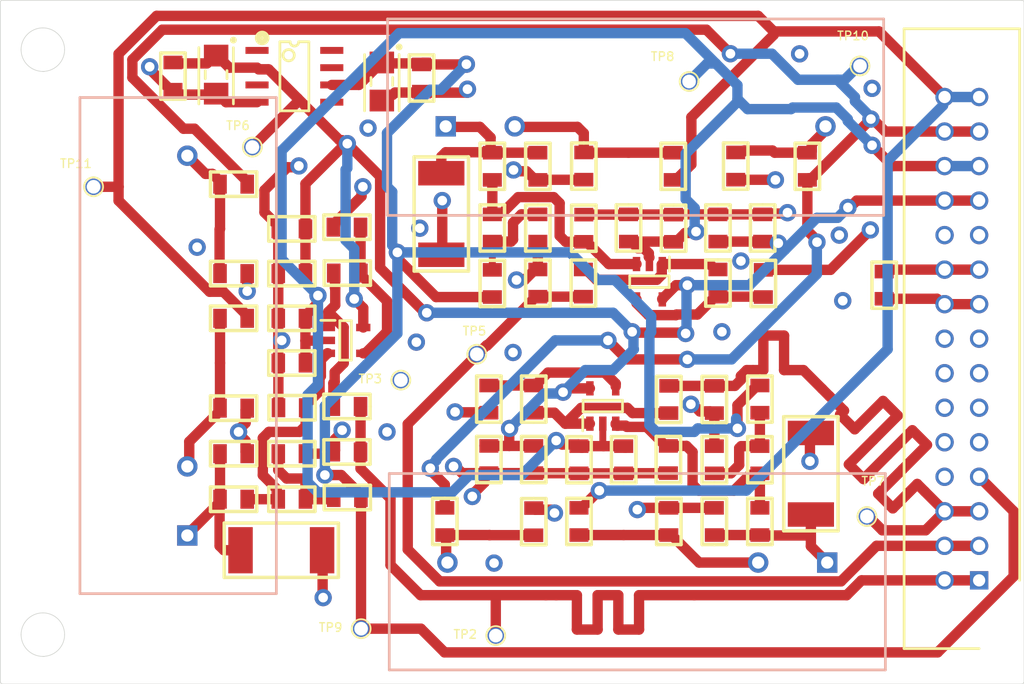
<source format=kicad_pcb>
(kicad_pcb (version 20221018) (generator pcbnew)
  (layers (0 "F.Cu" signal "Top Layer") (1 "In1.Cu" signal "AGND1") (2 "In2.Cu" signal "AGND2") (31 "B.Cu" signal "Bottom Layer") (34 "B.Paste" user "Bottom Paste") (35 "F.Paste" user "Top Paste") (36 "B.SilkS" user "Bottom Overlay") (37 "F.SilkS" user "Top Overlay") (38 "B.Mask" user "Bottom Solder") (39 "F.Mask" user "Top Solder") (44 "Edge.Cuts" user))
  (net 0 "")
  (net 1 "VSO3")
  (net 2 "VSO2")
  (net 3 "VSO1")
  (net 4 "REF_3V")
  (net 5 "NetR17_1")
  (net 6 "NetR9_1")
  (net 7 "NetR2_1")
  (net 8 "NetA6_4")
  (net 9 "NetA6_3")
  (net 10 "NetA6_1")
  (net 11 "NetA5_3")
  (net 12 "NetA5_2")
  (net 13 "NetA4_3")
  (net 14 "NetA4_2")
  (net 15 "NetA3_4")
  (net 16 "NetA3_3")
  (net 17 "NetA3_1")
  (net 18 "NetA2_3")
  (net 19 "NetA2_2")
  (net 20 "NetA1_4")
  (net 21 "NetA1_3")
  (net 22 "NetA1_1")
  (net 23 "CSO3")
  (net 24 "CSO2")
  (net 25 "CSO1")
  (net 26 "AGND")
  (net 27 "A-5V")
  (net 28 "A+5V")
  (net 29 "12VGND")
  (net 30 "-12")
  (net 31 "+12")
  (footprint "Project_Oshinoko.PcbLib:0805" (layer "F.Cu") (at 136.3452 109.73435 180)
    (fp_text reference "R4" hide)
    (fp_text value "470R" hide)
  )
  (footprint "Project_Oshinoko.PcbLib:0805" (layer "F.Cu") (at 132.3086 109.8296 180)
    (fp_text reference "C3" hide)
    (fp_text value "101" hide)
  )
  (footprint "Project_Oshinoko.PcbLib:0805" (layer "F.Cu") (at 160.3505 92.0656 -90)
    (fp_text reference "RB5" hide)
    (fp_text value "0R" hide)
  )
  (footprint "Project_Oshinoko.PcbLib:0805" (layer "F.Cu") (at 160.02635 118.1956 90)
    (fp_text reference "C22" hide)
    (fp_text value "47nf" hide)
  )
  (footprint "Project_Oshinoko.PcbLib:0805" (layer "F.Cu") (at 128.0066 99.96126 180)
    (fp_text reference "C5" hide)
    (fp_text value "47nf" hide)
  )
  (footprint "Project_Oshinoko.PcbLib:0805" (layer "F.Cu") (at 132.2926 106.54015)
    (fp_text reference "C9" hide)
    (fp_text value "105" hide)
  )
  (footprint "Project_Oshinoko.PcbLib:0805" (layer "F.Cu") (at 163.37598 113.6556 90)
    (fp_text reference "RU3" hide)
    (fp_text value "DNP" hide)
  )
  (footprint "Project_Oshinoko.PcbLib:0805" (layer "F.Cu") (at 136.3726 116.4336 180)
    (fp_text reference "RB1" hide)
    (fp_text value "0R" hide)
  )
  (footprint "Project_Oshinoko.PcbLib:2512" (layer "F.Cu") (at 170.1546 114.7826 90)
    (fp_text reference "RM3" hide)
    (fp_text value "24R 1%精度" hide)
  )
  (footprint "Project_Oshinoko.PcbLib:TESTPOINT-TH_BD1.0" (layer "F.Cu") (at 137.3886 126.0856 90)
    (fp_text reference "TP9")
    (fp_text value "TP-黄色测试点" hide)
  )
  (footprint "Project_Oshinoko.PcbLib:0805" (layer "F.Cu") (at 166.7256 118.1956 90)
    (fp_text reference "R18" hide)
    (fp_text value "10k" hide)
  )
  (footprint "Project_Oshinoko.PcbLib:0805" (layer "F.Cu") (at 166.92939 96.6056 -90)
    (fp_text reference "C10" hide)
    (fp_text value "105" hide)
  )
  (footprint "Project_Oshinoko.PcbLib:0805" (layer "F.Cu") (at 132.2926 96.67181)
    (fp_text reference "C1" hide)
    (fp_text value "105" hide)
  )
  (footprint "Project_Oshinoko.PcbLib:0805" (layer "F.Cu") (at 147.0406 100.6856 90)
    (fp_text reference "RB4" hide)
    (fp_text value "0R" hide)
  )
  (footprint "Project_Oshinoko.PcbLib:0805" (layer "F.Cu") (at 136.3452 113.08397)
    (fp_text reference "C4" hide)
    (fp_text value "103" hide)
  )
  (footprint "Project_Oshinoko.PcbLib:TESTPOINT-TH_BD1.0" (layer "F.Cu") (at 140.3096 107.7976 90)
    (fp_text reference "TP3")
    (fp_text value "TP-黄色测试点" hide)
  )
  (footprint "Project_Oshinoko.PcbLib:0805" (layer "F.Cu") (at 163.37598 118.1956 90)
    (fp_text reference "C24" hide)
    (fp_text value "4.7uF" hide)
  )
  (footprint "Project_Oshinoko.PcbLib:0805" (layer "F.Cu") (at 150.0886 113.6396 90)
    (fp_text reference "C21" hide)
    (fp_text value "103" hide)
  )
  (footprint "Project_Oshinoko.PcbLib:TESTPOINT-TH_BD1.0" (layer "F.Cu") (at 174.5996 117.8306 90)
    (fp_text reference "TP7")
    (fp_text value "TP-黄色测试点" hide)
  )
  (footprint "Project_Oshinoko.PcbLib:0805" (layer "F.Cu") (at 132.2926 99.96126)
    (fp_text reference "C2" hide)
    (fp_text value "103" hide)
  )
  (footprint "Project_Oshinoko.PcbLib:TESTPOINT-TH_BD1.0" (layer "F.Cu") (at 117.7036 93.5736 90)
    (fp_text reference "TP11")
    (fp_text value "TP-黄色测试点" hide)
  )
  (footprint "Project_Oshinoko.PcbLib:0805" (layer "F.Cu") (at 153.41571 118.1956 90)
    (fp_text reference "RB7" hide)
    (fp_text value "0R" hide)
  )
  (footprint "Project_Oshinoko.PcbLib:0805" (layer "F.Cu") (at 153.7716 96.6216 90)
    (fp_text reference "C12" hide)
    (fp_text value "101" hide)
  )
  (footprint "Project_Oshinoko.PcbLib:0805" (layer "F.Cu") (at 150.39023 92.0656 -90)
    (fp_text reference "C17" hide)
    (fp_text value "4.7uF" hide)
  )
  (footprint "Project_Oshinoko.PcbLib:0805" (layer "F.Cu") (at 157.06105 96.6056 -90)
    (fp_text reference "C18" hide)
    (fp_text value "105" hide)
  )
  (footprint "Project_Oshinoko.PcbLib:TESTPOINT-TH_BD1.0" (layer "F.Cu") (at 145.8976 105.8926 90)
    (fp_text reference "TP5")
    (fp_text value "TP-黄色测试点" hide)
  )
  (footprint "Project_Oshinoko.PcbLib:0805" (layer "F.Cu") (at 164.9476 92.0496 90)
    (fp_text reference "C14" hide)
    (fp_text value "47nf" hide)
  )
  (footprint "Project_Oshinoko.PcbLib:0805" (layer "F.Cu") (at 159.9946 113.6396 -90)
    (fp_text reference "C23" hide)
    (fp_text value "101" hide)
  )
  (footprint "Project_Oshinoko.PcbLib:0805" (layer "F.Cu") (at 146.7866 113.6396 90)
    (fp_text reference "C20" hide)
    (fp_text value "105" hide)
  )
  (footprint "Project_Oshinoko.PcbLib:0805" (layer "F.Cu") (at 147.0406 92.0656 -90)
    (fp_text reference "R10" hide)
    (fp_text value "10k" hide)
  )
  (footprint "Project_Oshinoko.PcbLib:0805" (layer "F.Cu") (at 132.2926 116.5606 180)
    (fp_text reference "R2" hide)
    (fp_text value "20k" hide)
  )
  (footprint "Project_Oshinoko.PcbLib:0805" (layer "F.Cu") (at 170.21884 92.0656 90)
    (fp_text reference "RB6" hide)
    (fp_text value "0R" hide)
  )
  (footprint "Project_Oshinoko.PcbLib:0805" (layer "F.Cu") (at 156.70515 113.6556 90)
    (fp_text reference "C27" hide)
    (fp_text value "105" hide)
  )
  (footprint "Project_Oshinoko.PcbLib:0805" (layer "F.Cu") (at 146.7866 109.1946 90)
    (fp_text reference "R20" hide)
    (fp_text value "20k" hide)
  )
  (footprint "Project_Oshinoko.PcbLib:0805" (layer "F.Cu") (at 153.7716 92.0496 -90)
    (fp_text reference "C15" hide)
    (fp_text value "47nf" hide)
  )
  (footprint "Project_Oshinoko.PcbLib:0805" (layer "F.Cu") (at 160.3756 96.6216 -90)
    (fp_text reference "C16" hide)
    (fp_text value "103" hide)
  )
  (footprint "Project_Oshinoko.PcbLib:SOT95P280X100-5N" (layer "F.Cu") (at 158.5976 100.5586 -90)
    (fp_text reference "A3" hide)
    (fp_text value "LTC6240HV" hide)
  )
  (footprint "Project_Oshinoko.PcbLib:2512" (layer "F.Cu") (at 131.4196 119.9896)
    (fp_text reference "RM1" hide)
    (fp_text value "24R 1%精度" hide)
  )
  (footprint "Project_Oshinoko.PcbLib:0805" (layer "F.Cu") (at 147.0406 96.6056 90)
    (fp_text reference "R9" hide)
    (fp_text value "20k" hide)
  )
  (footprint "Project_Oshinoko.PcbLib:0805" (layer "F.Cu") (at 150.0886 118.2116 -90)
    (fp_text reference "C19" hide)
    (fp_text value "47nf" hide)
  )
  (footprint "Project_Oshinoko.PcbLib:0805" (layer "F.Cu") (at 163.37598 109.222 90)
    (fp_text reference "C25" hide)
    (fp_text value "103" hide)
  )
  (footprint "Project_Oshinoko.PcbLib:0805" (layer "F.Cu") (at 150.39023 100.6582 -90)
    (fp_text reference "C13" hide)
    (fp_text value "103" hide)
  )
  (footprint "Project_Oshinoko.PcbLib:0805" (layer "F.Cu") (at 166.9796 100.6856 -90)
    (fp_text reference "R13" hide)
    (fp_text value "20k" hide)
  )
  (footprint "Project_Oshinoko.PcbLib:0805" (layer "F.Cu") (at 136.3452 96.54481)
    (fp_text reference "R5" hide)
    (fp_text value "20k" hide)
  )
  (footprint "Project_Oshinoko.PcbLib:TESTPOINT-TH_BD1.0" (layer "F.Cu") (at 161.5186 85.8266 90)
    (fp_text reference "TP8")
    (fp_text value "TP-黄色测试点" hide)
  )
  (footprint "Project_Oshinoko.PcbLib:2512" (layer "F.Cu") (at 143.6116 95.4786 -90)
    (fp_text reference "RM2" hide)
    (fp_text value "24R 1%精度" hide)
  )
  (footprint "Project_Oshinoko.PcbLib:1206 (钽电容)" (layer "F.Cu") (at 138.9126 84.4296 -90)
    (fp_text reference "C29" hide)
    (fp_text value "106 25V" hide)
  )
  (footprint "Project_Oshinoko.PcbLib:0805" (layer "F.Cu") (at 128.0066 113.21097)
    (fp_text reference "C8" hide)
    (fp_text value "4.7uF" hide)
  )
  (footprint "Project_Oshinoko.PcbLib:0805" (layer "F.Cu") (at 166.7256 109.1946 -90)
    (fp_text reference "RB9" hide)
    (fp_text value "0R" hide)
  )
  (footprint "Project_Oshinoko.PcbLib:0805" (layer "F.Cu") (at 160.02635 109.222 -90)
    (fp_text reference "R19" hide)
    (fp_text value "470R" hide)
  )
  (footprint "Project_Oshinoko.PcbLib:SOIC-8" (layer "F.Cu") (at 129.7296 83.5406)
    (fp_text reference "U1" hide)
    (fp_text value "ADR423ARZ" hide)
  )
  (footprint "Project_Oshinoko.PcbLib:0805" (layer "F.Cu") (at 163.63994 100.6582 -90)
    (fp_text reference "R14" hide)
    (fp_text value "10k" hide)
  )
  (footprint "Project_Oshinoko.PcbLib:0805" (layer "F.Cu") (at 166.7256 113.6556 -90)
    (fp_text reference "R17" hide)
    (fp_text value "20k" hide)
  )
  (footprint "Project_Oshinoko.PcbLib:0805" (layer "F.Cu") (at 132.2926 113.21097)
    (fp_text reference "RU1" hide)
    (fp_text value "DNP" hide)
  )
  (footprint "Project_Oshinoko.PcbLib:0805" (layer "F.Cu") (at 128.0066 116.5606)
    (fp_text reference "R3" hide)
    (fp_text value "10k" hide)
  )
  (footprint "Project_Oshinoko.PcbLib:0805" (layer "F.Cu") (at 128.0066 109.86135)
    (fp_text reference "C7" hide)
    (fp_text value "47nf" hide)
  )
  (footprint "Project_Oshinoko.PcbLib:SHDR30W50P254_2X15_4560X850X1200P" (layer "F.Cu") (at 182.8546 122.5296 90)
    (fp_text reference "J1" hide)
    (fp_text value "HIF3FC-30PA-2.54DSA" hide)
  )
  (footprint "Project_Oshinoko.PcbLib:0805" (layer "F.Cu") (at 132.2926 103.2507)
    (fp_text reference "C6" hide)
    (fp_text value "103" hide)
  )
  (footprint "Project_Oshinoko.PcbLib:1206 (钽电容)" (layer "F.Cu") (at 126.7206 83.9216 -90)
    (fp_text reference "C28" hide)
    (fp_text value "106 25V" hide)
  )
  (footprint "Project_Oshinoko.PcbLib:TESTPOINT-TH_BD1.0" (layer "F.Cu") (at 147.2946 126.5936 90)
    (fp_text reference "TP2")
    (fp_text value "TP-黄色测试点" hide)
  )
  (footprint "Project_Oshinoko.PcbLib:TESTPOINT-TH_BD1.0" (layer "F.Cu") (at 129.3876 90.6526 90)
    (fp_text reference "TP6")
    (fp_text value "TP-黄色测试点" hide)
  )
  (footprint "Project_Oshinoko.PcbLib:0805" (layer "F.Cu") (at 150.0886 109.1946 90)
    (fp_text reference "R21" hide)
    (fp_text value "10k" hide)
  )
  (footprint "Project_Oshinoko.PcbLib:0805" (layer "F.Cu") (at 123.5456 85.4296 90)
    (fp_text reference "C30" hide)
    (fp_text value "104" hide)
  )
  (footprint "Project_Oshinoko.PcbLib:0805" (layer "F.Cu") (at 153.41571 113.6556 90)
    (fp_text reference "C26" hide)
    (fp_text value "103" hide)
  )
  (footprint "Project_Oshinoko.PcbLib:0805" (layer "F.Cu") (at 128.0066 103.2507)
    (fp_text reference "RB2" hide)
    (fp_text value "0R" hide)
  )
  (footprint "Project_Oshinoko.PcbLib:TESTPOINT-TH_BD1.0" (layer "F.Cu") (at 174.0916 84.6836 90)
    (fp_text reference "TP10")
    (fp_text value "TP-黄色测试点" hide)
  )
  (footprint "Project_Oshinoko.PcbLib:0805" (layer "F.Cu") (at 153.73985 100.6582 90)
    (fp_text reference "R11" hide)
    (fp_text value "470R" hide)
  )
  (footprint "Project_Oshinoko.PcbLib:SOT95P280X100-5N" (layer "F.Cu") (at 155.1686 109.7026 90)
    (fp_text reference "A6" hide)
    (fp_text value "LTC6240HV" hide)
  )
  (footprint "Project_Oshinoko.PcbLib:SOT95P280X100-5N" (layer "F.Cu") (at 136.2456 104.8766)
    (fp_text reference "A1" hide)
    (fp_text value "LTC6240HV" hide)
  )
  (footprint "Project_Oshinoko.PcbLib:0805" (layer "F.Cu") (at 163.63994 96.6056 -90)
    (fp_text reference "C11" hide)
    (fp_text value "103" hide)
  )
  (footprint "Project_Oshinoko.PcbLib:0805" (layer "F.Cu") (at 175.8696 100.8126 90)
    (fp_text reference "R1" hide)
    (fp_text value "DNP" hide)
  )
  (footprint "Project_Oshinoko.PcbLib:0805" (layer "F.Cu") (at 141.8336 85.5726 90)
    (fp_text reference "C31" hide)
    (fp_text value "104" hide)
  )
  (footprint "Project_Oshinoko.PcbLib:0805" (layer "F.Cu") (at 136.3726 99.9236)
    (fp_text reference "R7" hide)
    (fp_text value "10k" hide)
  )
  (footprint "Project_Oshinoko.PcbLib:0805" (layer "F.Cu") (at 143.54736 118.1956 -90)
    (fp_text reference "RB8" hide)
    (fp_text value "0R" hide)
  )
  (footprint "Project_Oshinoko.PcbLib:0805" (layer "F.Cu") (at 150.39023 96.6056 -90)
    (fp_text reference "RU2" hide)
    (fp_text value "DNP" hide)
  )
  (footprint "Project_Oshinoko.PcbLib:0805" (layer "F.Cu") (at 128.0066 93.38236 180)
    (fp_text reference "RB3" hide)
    (fp_text value "0R" hide)
  )
  (footprint "Project_Oshinoko.PcbLib:XDCR_LA55-P" (layer "B.Cu") (at 123.9266 105.2576 90)
    (fp_text reference "A2" hide)
    (fp_text value "LA55-P" hide)
  )
  (footprint "Project_Oshinoko.PcbLib:XDCR_LA55-P" (layer "B.Cu") (at 157.5816 88.4536)
    (fp_text reference "A4" hide)
    (fp_text value "LA55-P" hide)
  )
  (footprint "Project_Oshinoko.PcbLib:XDCR_LA55-P" (layer "B.Cu") (at 157.7086 121.8946 180)
    (fp_text reference "A5" hide)
    (fp_text value "LA55-P" hide)
  )
  (gr_arc (start 113.9726 85.0846) (mid 112.841229 84.615971) (end 112.3726 83.4846) (stroke (width 0.05)) (layer "Edge.Cuts"))
  (gr_line (start 186.15698 79.984602) (end 186.15698 79.9846) (stroke (width 0.05)) (layer "Edge.Cuts"))
  (gr_line (start 186.121869 130.07242) (end 186.121863 130.072419) (stroke (width 0.05)) (layer "Edge.Cuts"))
  (gr_line (start 110.89998 130.09522) (end 110.899985 130.095221) (stroke (width 0.05)) (layer "Edge.Cuts"))
  (gr_arc (start 113.9726 81.8846) (mid 115.103971 82.353229) (end 115.5726 83.4846) (stroke (width 0.05)) (layer "Edge.Cuts"))
  (gr_arc (start 112.3726 83.4846) (mid 112.841229 82.353229) (end 113.9726 81.8846) (stroke (width 0.05)) (layer "Edge.Cuts"))
  (gr_line (start 110.84522 129.99056) (end 110.84522 79.9846) (stroke (width 0.05)) (layer "Edge.Cuts"))
  (gr_line (start 110.84522 129.990565) (end 110.84522 129.99056) (stroke (width 0.05)) (layer "Edge.Cuts"))
  (gr_line (start 114.098329 85.082134) (end 113.9726 85.0846) (stroke (width 0.05)) (layer "Edge.Cuts"))
  (gr_arc (start 185.9726 79.85722) (mid 185.986941 79.85803) (end 186.0011 79.860449) (stroke (width 0.05)) (layer "Edge.Cuts"))
  (gr_arc (start 115.5726 126.5226) (mid 115.103971 127.653971) (end 113.9726 128.1226) (stroke (width 0.05)) (layer "Edge.Cuts"))
  (gr_line (start 186.15698 79.9846) (end 186.15698 129.984602) (stroke (width 0.05)) (layer "Edge.Cuts"))
  (gr_line (start 110.9726 79.85722) (end 185.9726 79.85722) (stroke (width 0.05)) (layer "Edge.Cuts"))
  (gr_line (start 186.00464 130.14998) (end 111.00464 130.14998) (stroke (width 0.05)) (layer "Edge.Cuts"))
  (gr_arc (start 186.001099 79.860449) (mid 186.108959 79.884961) (end 186.15698 79.984602) (stroke (width 0.05)) (layer "Edge.Cuts"))
  (gr_arc (start 113.9726 124.9226) (mid 115.103971 125.391229) (end 115.5726 126.5226) (stroke (width 0.05)) (layer "Edge.Cuts"))
  (gr_arc (start 110.899985 130.095221) (mid 110.859751 130.049622) (end 110.84522 129.990565) (stroke (width 0.05)) (layer "Edge.Cuts"))
  (gr_arc (start 186.15698 129.984602) (mid 186.147876 130.03189) (end 186.121869 130.07242) (stroke (width 0.05)) (layer "Edge.Cuts"))
  (gr_arc (start 111.00464 130.14998) (mid 110.94557 130.135477) (end 110.899987 130.095218) (stroke (width 0.05)) (layer "Edge.Cuts"))
  (gr_arc (start 112.3726 126.5226) (mid 112.841229 125.391229) (end 113.9726 124.9226) (stroke (width 0.05)) (layer "Edge.Cuts"))
  (gr_line (start 186.004633 130.149979) (end 186.00464 130.14998) (stroke (width 0.05)) (layer "Edge.Cuts"))
  (gr_line (start 186.0011 79.860449) (end 186.001099 79.860449) (stroke (width 0.05)) (layer "Edge.Cuts"))
  (gr_arc (start 115.5726 83.4846) (mid 115.103971 84.615971) (end 113.9726 85.0846) (stroke (width 0.05)) (layer "Edge.Cuts"))
  (gr_arc (start 186.121863 130.072419) (mid 186.074918 130.128845) (end 186.004633 130.149979) (stroke (width 0.05)) (layer "Edge.Cuts"))
  (gr_arc (start 110.84522 79.9846) (mid 110.882529 79.894529) (end 110.9726 79.85722) (stroke (width 0.05)) (layer "Edge.Cuts"))
  (gr_arc (start 113.9726 128.1226) (mid 112.841229 127.653971) (end 112.3726 126.5226) (stroke (width 0.05)) (layer "Edge.Cuts"))
  (gr_line (start 114.098329 128.120134) (end 113.9726 128.1226) (stroke (width 0.05)) (layer "Edge.Cuts"))
  (via (at 141.7066 96.6216) (size 1.27) (drill 0.7112) (layers "F.Cu" "B.Cu") (net 0))
  (segment (start 174.71812 117.8306) (end 175.73412 118.8466) (width 0.762) (layer "F.Cu") (net 1))
  (segment (start 173.27327 114.00035) (end 174.3509 115.07798) (width 0.762) (layer "F.Cu") (net 1))
  (segment (start 177.94165 111.48723) (end 179.01928 112.56486) (width 0.762) (layer "F.Cu") (net 1))
  (segment (start 176.14694 113.28194) (end 177.94165 111.48723) (width 0.762) (layer "F.Cu") (net 1))
  (segment (start 178.8541 115.9891) (end 180.3146 117.4496) (width 0.762) (layer "F.Cu") (net 1))
  (segment (start 165.3286 107.77563) (end 165.3286 107.49357) (width 0.762) (layer "F.Cu") (net 1))
  (segment (start 175.42852 116.15562) (end 176.50615 117.23325) (width 0.762) (layer "F.Cu") (net 1))
  (segment (start 173.70426 111.4141) (end 173.99168 111.12668) (width 0.762) (layer "F.Cu") (net 1))
  (segment (start 171.2976 108.4326) (end 171.83642 108.97141) (width 0.762) (layer "F.Cu") (net 1))
  (segment (start 176.50615 117.23325) (end 178.3022 115.4372) (width 0.762) (layer "F.Cu") (net 1))
  (segment (start 160.03776 108.222) (end 163.37598 108.222) (width 0.762) (layer "F.Cu") (net 1))
  (segment (start 175.73412 118.8466) (end 178.9176 118.8466) (width 0.762) (layer "F.Cu") (net 1))
  (segment (start 174.5996 117.8306) (end 174.71812 117.8306) (width 0.762) (layer "F.Cu") (net 1))
  (segment (start 178.9176 118.8466) (end 180.3146 117.4496) (width 0.762) (layer "F.Cu") (net 1))
  (segment (start 166.2176 107.0596) (end 166.9796 107.0596) (width 0.762) (layer "F.Cu") (net 1))
  (segment (start 160.02635 108.222) (end 160.03205 108.2277) (width 0.762) (layer "F.Cu") (net 1))
  (segment (start 172.62663 110.33647) (end 172.91405 110.04905) (width 0.762) (layer "F.Cu") (net 1))
  (segment (start 173.27327 114.00035) (end 175.06931 112.20431) (width 0.762) (layer "F.Cu") (net 1))
  (segment (start 180.3146 117.4496) (end 182.8546 117.4496) (width 0.762) (layer "F.Cu") (net 1))
  (segment (start 160.03205 108.2277) (end 160.03776 108.222) (width 0.762) (layer "F.Cu") (net 1))
  (segment (start 166.9796 104.5196) (end 168.5036 104.5196) (width 0.762) (layer "F.Cu") (net 1))
  (segment (start 175.06931 112.20431) (end 176.86535 110.40827) (width 0.762) (layer "F.Cu") (net 1))
  (segment (start 165.3286 107.49357) (end 165.76257 107.0596) (width 0.762) (layer "F.Cu") (net 1))
  (segment (start 164.88223 108.222) (end 165.3286 107.77563) (width 0.762) (layer "F.Cu") (net 1))
  (segment (start 163.37598 108.222) (end 164.88223 108.222) (width 0.762) (layer "F.Cu") (net 1))
  (segment (start 166.9796 107.0596) (end 166.9796 104.5196) (width 0.762) (layer "F.Cu") (net 1))
  (segment (start 173.99168 111.12668) (end 175.78772 109.33064) (width 0.762) (layer "F.Cu") (net 1))
  (segment (start 174.3509 115.07798) (end 176.14694 113.28194) (width 0.762) (layer "F.Cu") (net 1))
  (segment (start 175.78772 109.33064) (end 176.86535 110.40827) (width 0.762) (layer "F.Cu") (net 1))
  (segment (start 171.83642 108.97141) (end 172.91405 110.04905) (width 0.762) (layer "F.Cu") (net 1))
  (segment (start 172.62663 110.33647) (end 173.70426 111.4141) (width 0.762) (layer "F.Cu") (net 1))
  (segment (start 169.9246 107.0596) (end 171.2976 108.4326) (width 0.762) (layer "F.Cu") (net 1))
  (segment (start 168.5036 107.0596) (end 169.9246 107.0596) (width 0.762) (layer "F.Cu") (net 1))
  (segment (start 165.76257 107.0596) (end 166.2176 107.0596) (width 0.762) (layer "F.Cu") (net 1))
  (segment (start 168.5036 107.0596) (end 168.5036 104.5196) (width 0.762) (layer "F.Cu") (net 1))
  (segment (start 175.42852 116.15562) (end 177.22457 114.35957) (width 0.762) (layer "F.Cu") (net 1))
  (segment (start 178.3022 115.4372) (end 178.8541 115.9891) (width 0.762) (layer "F.Cu") (net 1))
  (segment (start 177.22457 114.35957) (end 179.01928 112.56486) (width 0.762) (layer "F.Cu") (net 1))
  (segment (start 180.15549 117.4496) (end 180.3146 117.4496) (width 0.762) (layer "B.Cu") (net 1))
  (segment (start 150.19023 101.6582) (end 153.73985 101.6582) (width 0.762) (layer "F.Cu") (net 2))
  (segment (start 172.69163 122.6046) (end 175.30663 119.9896) (width 0.762) (layer "F.Cu") (net 2))
  (segment (start 150.19023 101.6582) (end 150.39023 101.6582) (width 0.762) (layer "F.Cu") (net 2))
  (segment (start 175.30663 119.9896) (end 180.3146 119.9896) (width 0.762) (layer "F.Cu") (net 2))
  (segment (start 143.16492 122.6046) (end 172.69163 122.6046) (width 0.762) (layer "F.Cu") (net 2))
  (segment (start 140.8176 120.25729) (end 143.16492 122.6046) (width 0.762) (layer "F.Cu") (net 2))
  (segment (start 150.07122 101.7772) (end 150.19023 101.6582) (width 0.762) (layer "F.Cu") (net 2))
  (segment (start 180.3146 119.9896) (end 182.8546 119.9896) (width 0.762) (layer "F.Cu") (net 2))
  (segment (start 140.8176 120.25729) (end 140.8176 111.03082) (width 0.762) (layer "F.Cu") (net 2))
  (segment (start 140.8176 111.03082) (end 146.62521 105.22321) (width 0.762) (layer "F.Cu") (net 2))
  (segment (start 150.07122 101.84598) (end 150.07122 101.7772) (width 0.762) (layer "F.Cu") (net 2))
  (segment (start 146.6596 105.2576) (end 150.07122 101.84598) (width 0.762) (layer "F.Cu") (net 2))
  (segment (start 141.76355 123.6206) (end 147.2946 123.6206) (width 0.762) (layer "F.Cu") (net 3))
  (segment (start 153.2636 126.14851) (end 154.7876 126.14851) (width 0.762) (layer "F.Cu") (net 3))
  (segment (start 137.3452 114.30817) (end 139.5476 116.51057) (width 0.762) (layer "F.Cu") (net 3))
  (segment (start 154.7876 123.6206) (end 156.3116 123.6206) (width 0.762) (layer "F.Cu") (net 3))
  (segment (start 150.9776 123.6206) (end 151.7396 123.6206) (width 0.762) (layer "F.Cu") (net 3))
  (segment (start 156.3116 126.14852) (end 157.8356 126.14852) (width 0.762) (layer "F.Cu") (net 3))
  (segment (start 173.11247 123.6206) (end 174.20347 122.5296) (width 0.762) (layer "F.Cu") (net 3))
  (segment (start 156.3116 126.14852) (end 156.3116 123.6206) (width 0.762) (layer "F.Cu") (net 3))
  (segment (start 147.2946 126.5936) (end 147.2946 123.6206) (width 0.762) (layer "F.Cu") (net 3))
  (segment (start 154.7876 126.14851) (end 154.7876 123.6206) (width 0.762) (layer "F.Cu") (net 3))
  (segment (start 153.2636 126.14851) (end 153.2636 123.6206) (width 0.762) (layer "F.Cu") (net 3))
  (segment (start 151.7396 123.6206) (end 153.2636 123.6206) (width 0.762) (layer "F.Cu") (net 3))
  (segment (start 157.8356 126.14852) (end 157.8356 123.6206) (width 0.762) (layer "F.Cu") (net 3))
  (segment (start 174.20347 122.5296) (end 180.3146 122.5296) (width 0.762) (layer "F.Cu") (net 3))
  (segment (start 139.5476 121.40465) (end 141.76355 123.6206) (width 0.762) (layer "F.Cu") (net 3))
  (segment (start 137.3452 113.08397) (end 137.3452 109.73435) (width 0.762) (layer "F.Cu") (net 3))
  (segment (start 137.3452 114.30817) (end 137.3452 113.08397) (width 0.762) (layer "F.Cu") (net 3))
  (segment (start 157.8356 123.6206) (end 161.8996 123.6206) (width 0.762) (layer "F.Cu") (net 3))
  (segment (start 147.2946 123.6206) (end 150.9776 123.6206) (width 0.762) (layer "F.Cu") (net 3))
  (segment (start 180.3146 122.5296) (end 182.8546 122.5296) (width 0.762) (layer "F.Cu") (net 3))
  (segment (start 139.5476 121.40465) (end 139.5476 116.51057) (width 0.762) (layer "F.Cu") (net 3))
  (segment (start 161.8996 123.6206) (end 173.11247 123.6206) (width 0.762) (layer "F.Cu") (net 3))
  (segment (start 182.8546 114.9096) (end 185.3946 117.4496) (width 0.762) (layer "F.Cu") (net 4))
  (segment (start 138.3936 84.9096) (end 138.3936 84.8486) (width 0.762) (layer "F.Cu") (net 4))
  (segment (start 140.1528 98.93803) (end 142.90037 101.6856) (width 0.762) (layer "F.Cu") (net 4))
  (segment (start 143.52814 127.8286) (end 179.80362 127.8286) (width 0.762) (layer "F.Cu") (net 4))
  (segment (start 134.9756 114.7826) (end 135.9216 114.7826) (width 0.762) (layer "F.Cu") (net 4))
  (segment (start 141.8336 84.5726) (end 145.1196 84.5726) (width 0.762) (layer "F.Cu") (net 4))
  (segment (start 137.3806 126.0776) (end 137.3886 126.0856) (width 0.762) (layer "F.Cu") (net 4))
  (segment (start 165.0746 109.6456) (end 166.5256 108.1946) (width 0.762) (layer "F.Cu") (net 4))
  (segment (start 137.3726 116.4336) (end 137.3726 116.2336) (width 0.762) (layer "F.Cu") (net 4))
  (segment (start 165.0746 111.0996) (end 165.0746 109.6456) (width 0.762) (layer "F.Cu") (net 4))
  (segment (start 135.9216 114.7826) (end 137.3726 116.2336) (width 0.762) (layer "F.Cu") (net 4))
  (segment (start 140.0556 98.3996) (end 140.1528 98.4968) (width 0.762) (layer "F.Cu") (net 4))
  (segment (start 166.5256 108.1946) (end 166.7256 108.1946) (width 0.762) (layer "F.Cu") (net 4))
  (segment (start 141.78514 126.0856) (end 143.52814 127.8286) (width 0.762) (layer "F.Cu") (net 4))
  (segment (start 137.2226 86.0806) (end 138.3936 84.9096) (width 0.762) (layer "F.Cu") (net 4))
  (segment (start 138.8126 84.4296) (end 138.9126 84.4296) (width 0.762) (layer "F.Cu") (net 4))
  (segment (start 185.3946 122.23762) (end 185.3946 117.4496) (width 0.762) (layer "F.Cu") (net 4))
  (segment (start 138.3936 84.8486) (end 138.8126 84.4296) (width 0.762) (layer "F.Cu") (net 4))
  (segment (start 179.80362 127.8286) (end 185.3946 122.23762) (width 0.762) (layer "F.Cu") (net 4))
  (segment (start 141.8336 84.5726) (end 141.9526 84.4536) (width 0.762) (layer "F.Cu") (net 4))
  (segment (start 135.2296 86.0806) (end 137.2226 86.0806) (width 0.762) (layer "F.Cu") (net 4))
  (segment (start 141.9526 84.4536) (end 142.30865 84.4536) (width 0.762) (layer "F.Cu") (net 4))
  (segment (start 137.3886 126.0856) (end 141.78514 126.0856) (width 0.762) (layer "F.Cu") (net 4))
  (segment (start 138.98047 84.49747) (end 141.75847 84.49747) (width 0.762) (layer "F.Cu") (net 4))
  (segment (start 137.3806 126.0776) (end 137.3806 116.4416) (width 0.762) (layer "F.Cu") (net 4))
  (segment (start 138.9126 84.4296) (end 138.98047 84.49747) (width 0.762) (layer "F.Cu") (net 4))
  (segment (start 145.1196 84.5726) (end 145.1356 84.5566) (width 0.762) (layer "F.Cu") (net 4))
  (segment (start 140.1528 98.93803) (end 140.1528 98.4968) (width 0.762) (layer "F.Cu") (net 4))
  (segment (start 137.3726 116.4336) (end 137.3806 116.4416) (width 0.762) (layer "F.Cu") (net 4))
  (segment (start 142.90037 101.6856) (end 147.0406 101.6856) (width 0.762) (layer "F.Cu") (net 4))
  (via (at 165.0746 111.3536) (size 1.27) (drill 0.7112) (layers "F.Cu" "B.Cu") (net 4))
  (via (at 145.1356 84.5566) (size 1.27) (drill 0.7112) (layers "F.Cu" "B.Cu") (net 4))
  (via (at 140.0556 98.3996) (size 1.27) (drill 0.7112) (layers "F.Cu" "B.Cu") (net 4))
  (via (at 134.7216 114.7826) (size 1.27) (drill 0.7112) (layers "F.Cu" "B.Cu") (net 4))
  (segment (start 158.5976 111.0996) (end 158.5976 104.38665) (width 0.762) (layer "B.Cu") (net 4))
  (segment (start 162.14837 111.3536) (end 165.0746 111.3536) (width 0.762) (layer "B.Cu") (net 4))
  (segment (start 140.0556 98.3996) (end 140.0556 98.26213) (width 0.762) (layer "B.Cu") (net 4))
  (segment (start 152.7556 98.3996) (end 154.7876 100.4316) (width 0.762) (layer "B.Cu") (net 4))
  (segment (start 158.7246 104.25965) (end 158.7246 103.0986) (width 0.762) (layer "B.Cu") (net 4))
  (segment (start 164.9774 111.2564) (end 165.0746 111.3536) (width 0.762) (layer "B.Cu") (net 4))
  (segment (start 161.89437 111.6076) (end 162.14837 111.3536) (width 0.762) (layer "B.Cu") (net 4))
  (segment (start 140.0556 104.3686) (end 140.0556 98.3996) (width 0.762) (layer "B.Cu") (net 4))
  (segment (start 164.9774 111.2564) (end 164.9774 110.6214) (width 0.762) (layer "B.Cu") (net 4))
  (segment (start 139.6746 97.88113) (end 140.0556 98.26213) (width 0.762) (layer "B.Cu") (net 4))
  (segment (start 156.0576 100.4316) (end 158.7246 103.0986) (width 0.762) (layer "B.Cu") (net 4))
  (segment (start 134.7216 114.7826) (end 134.7216 109.7026) (width 0.762) (layer "B.Cu") (net 4))
  (segment (start 159.1056 111.6076) (end 161.89437 111.6076) (width 0.762) (layer "B.Cu") (net 4))
  (segment (start 139.2936 89.61855) (end 142.47448 86.43768) (width 0.762) (layer "B.Cu") (net 4))
  (segment (start 154.7876 100.4316) (end 156.0576 100.4316) (width 0.762) (layer "B.Cu") (net 4))
  (segment (start 158.5976 104.38665) (end 158.7246 104.25965) (width 0.762) (layer "B.Cu") (net 4))
  (segment (start 143.25452 86.43768) (end 145.1356 84.5566) (width 0.762) (layer "B.Cu") (net 4))
  (segment (start 142.47448 86.43768) (end 143.25452 86.43768) (width 0.762) (layer "B.Cu") (net 4))
  (segment (start 139.2936 93.55934) (end 139.6746 93.94034) (width 0.762) (layer "B.Cu") (net 4))
  (segment (start 134.7216 109.7026) (end 140.0556 104.3686) (width 0.762) (layer "B.Cu") (net 4))
  (segment (start 139.2936 93.55934) (end 139.2936 89.61855) (width 0.762) (layer "B.Cu") (net 4))
  (segment (start 158.5976 111.0996) (end 159.1056 111.6076) (width 0.762) (layer "B.Cu") (net 4))
  (segment (start 139.6746 97.88113) (end 139.6746 93.94034) (width 0.762) (layer "B.Cu") (net 4))
  (segment (start 140.0556 98.3996) (end 152.7556 98.3996) (width 0.762) (layer "B.Cu") (net 4))
  (segment (start 165.2016 114.04239) (end 165.2016 112.80439) (width 0.762) (layer "F.Cu") (net 5))
  (segment (start 166.7256 112.6556) (end 166.7256 110.1946) (width 0.762) (layer "F.Cu") (net 5))
  (segment (start 165.35039 112.6556) (end 166.7256 112.6556) (width 0.762) (layer "F.Cu") (net 5))
  (segment (start 164.58839 114.6556) (end 165.2016 114.04239) (width 0.762) (layer "F.Cu") (net 5))
  (segment (start 163.37598 114.6556) (end 164.58839 114.6556) (width 0.762) (layer "F.Cu") (net 5))
  (segment (start 165.2016 112.80439) (end 165.35039 112.6556) (width 0.762) (layer "F.Cu") (net 5))
  (segment (start 148.5646 97.45681) (end 148.5646 96.21881) (width 0.762) (layer "F.Cu") (net 6))
  (segment (start 148.5646 96.21881) (end 149.17781 95.6056) (width 0.762) (layer "F.Cu") (net 6))
  (segment (start 149.17781 95.6056) (end 150.39023 95.6056) (width 0.762) (layer "F.Cu") (net 6))
  (segment (start 147.0406 97.6056) (end 148.41581 97.6056) (width 0.762) (layer "F.Cu") (net 6))
  (segment (start 147.0406 99.6856) (end 147.0406 97.6056) (width 0.508) (layer "F.Cu") (net 6))
  (segment (start 148.41581 97.6056) (end 148.5646 97.45681) (width 0.762) (layer "F.Cu") (net 6))
  (segment (start 133.14381 115.0366) (end 133.2926 115.18539) (width 0.762) (layer "F.Cu") (net 7))
  (segment (start 133.2926 116.5606) (end 135.2536 116.5606) (width 0.762) (layer "F.Cu") (net 7))
  (segment (start 131.90581 115.0366) (end 133.14381 115.0366) (width 0.762) (layer "F.Cu") (net 7))
  (segment (start 131.2926 114.42339) (end 131.90581 115.0366) (width 0.762) (layer "F.Cu") (net 7))
  (segment (start 135.3726 116.4416) (end 135.3726 116.4336) (width 0.762) (layer "F.Cu") (net 7))
  (segment (start 135.2536 116.5606) (end 135.3726 116.4416) (width 0.762) (layer "F.Cu") (net 7))
  (segment (start 131.2926 114.42339) (end 131.2926 113.21097) (width 0.762) (layer "F.Cu") (net 7))
  (segment (start 133.2926 116.5606) (end 133.2926 115.18539) (width 0.762) (layer "F.Cu") (net 7))
  (segment (start 156.1186 108.2586) (end 156.1186 108.05534) (width 0.762) (layer "F.Cu") (net 8))
  (segment (start 155.30586 107.2426) (end 156.1186 108.05534) (width 0.762) (layer "F.Cu") (net 8))
  (segment (start 150.12626 108.10294) (end 150.1536 108.0756) (width 0.762) (layer "F.Cu") (net 8))
  (segment (start 151.13355 107.2426) (end 155.30586 107.2426) (width 0.762) (layer "F.Cu") (net 8))
  (segment (start 150.1536 108.0756) (end 150.30055 108.0756) (width 0.762) (layer "F.Cu") (net 8))
  (segment (start 150.30055 108.0756) (end 151.13355 107.2426) (width 0.762) (layer "F.Cu") (net 8))
  (segment (start 146.7866 108.1946) (end 149.7076 108.1946) (width 0.762) (layer "F.Cu") (net 8))
  (segment (start 159.9946 112.6396) (end 161.32623 112.6396) (width 0.762) (layer "F.Cu") (net 9))
  (segment (start 156.84642 111.1466) (end 156.93782 111.238) (width 0.762) (layer "F.Cu") (net 9))
  (segment (start 156.2246 111.1466) (end 156.84642 111.1466) (width 0.762) (layer "F.Cu") (net 9))
  (segment (start 161.32623 112.6396) (end 161.7726 113.08597) (width 0.762) (layer "F.Cu") (net 9))
  (segment (start 159.7946 112.6396) (end 159.9946 112.6396) (width 0.762) (layer "F.Cu") (net 9))
  (segment (start 166.7256 117.1956) (end 166.7256 114.6556) (width 0.762) (layer "F.Cu") (net 9))
  (segment (start 162.21897 115.9256) (end 164.8206 115.9256) (width 0.762) (layer "F.Cu") (net 9))
  (segment (start 156.1186 111.0406) (end 156.2246 111.1466) (width 0.762) (layer "F.Cu") (net 9))
  (segment (start 164.8206 115.9256) (end 165.9716 114.7746) (width 0.762) (layer "F.Cu") (net 9))
  (segment (start 161.7726 115.47923) (end 162.21897 115.9256) (width 0.762) (layer "F.Cu") (net 9))
  (segment (start 166.6066 114.7746) (end 166.7256 114.6556) (width 0.762) (layer "F.Cu") (net 9))
  (segment (start 158.393 111.238) (end 159.7946 112.6396) (width 0.762) (layer "F.Cu") (net 9))
  (segment (start 156.1186 111.0406) (end 156.1186 111.0026) (width 0.762) (layer "F.Cu") (net 9))
  (segment (start 156.93782 111.238) (end 158.393 111.238) (width 0.762) (layer "F.Cu") (net 9))
  (segment (start 161.7726 115.47923) (end 161.7726 113.08597) (width 0.762) (layer "F.Cu") (net 9))
  (segment (start 165.9716 114.7746) (end 166.6066 114.7746) (width 0.762) (layer "F.Cu") (net 9))
  (segment (start 152.4141 111.0026) (end 154.2186 111.0026) (width 0.762) (layer "F.Cu") (net 10))
  (segment (start 152.4141 111.0026) (end 153.5741 109.8426) (width 0.762) (layer "F.Cu") (net 10))
  (segment (start 156.97926 109.8426) (end 157.35866 110.222) (width 0.762) (layer "F.Cu") (net 10))
  (segment (start 151.6061 110.1946) (end 152.4141 111.0026) (width 0.762) (layer "F.Cu") (net 10))
  (segment (start 157.35866 110.222) (end 160.02635 110.222) (width 0.762) (layer "F.Cu") (net 10))
  (segment (start 153.5741 109.8426) (end 156.97926 109.8426) (width 0.762) (layer "F.Cu") (net 10))
  (segment (start 149.7076 110.1946) (end 151.6061 110.1946) (width 0.762) (layer "F.Cu") (net 10))
  (segment (start 146.83681 119.1956) (end 146.84481 119.2036) (width 0.762) (layer "F.Cu") (net 11))
  (segment (start 146.84481 119.2036) (end 150.0806 119.2036) (width 0.762) (layer "F.Cu") (net 11))
  (segment (start 143.64298 121.12398) (end 143.7386 121.2196) (width 0.762) (layer "F.Cu") (net 11))
  (segment (start 143.54736 119.1956) (end 146.83681 119.1956) (width 0.762) (layer "F.Cu") (net 11))
  (segment (start 143.64298 121.12398) (end 143.64298 119.29122) (width 0.762) (layer "F.Cu") (net 11))
  (segment (start 150.0806 119.2036) (end 150.0886 119.2116) (width 0.762) (layer "F.Cu") (net 11))
  (segment (start 143.54736 119.1956) (end 143.64298 119.29122) (width 0.762) (layer "F.Cu") (net 11))
  (segment (start 162.25035 121.2196) (end 166.5986 121.2196) (width 0.762) (layer "F.Cu") (net 12))
  (segment (start 153.41571 119.1956) (end 156.70515 119.1956) (width 0.762) (layer "F.Cu") (net 12))
  (segment (start 160.02635 119.1956) (end 160.22635 119.1956) (width 0.762) (layer "F.Cu") (net 12))
  (segment (start 156.70515 119.1956) (end 160.02635 119.1956) (width 0.762) (layer "F.Cu") (net 12))
  (segment (start 160.22635 119.1956) (end 162.25035 121.2196) (width 0.762) (layer "F.Cu") (net 12))
  (segment (start 165.56455 90.9066) (end 167.6527 90.9066) (width 0.762) (layer "F.Cu") (net 13))
  (segment (start 170.53784 90.9466) (end 170.53784 90.43637) (width 0.762) (layer "F.Cu") (net 13))
  (segment (start 165.40555 91.0656) (end 165.56455 90.9066) (width 0.762) (layer "F.Cu") (net 13))
  (segment (start 164.9476 91.0656) (end 165.40555 91.0656) (width 0.762) (layer "F.Cu") (net 13))
  (segment (start 170.21884 91.0656) (end 170.41884 91.0656) (width 0.762) (layer "F.Cu") (net 13))
  (segment (start 170.53784 90.43637) (end 171.8056 89.1686) (width 0.762) (layer "F.Cu") (net 13))
  (segment (start 171.8056 89.1686) (end 171.8056 89.1686) (width 0.762) (layer "F.Cu") (net 13))
  (segment (start 167.81169 91.0656) (end 170.21884 91.0656) (width 0.762) (layer "F.Cu") (net 13))
  (segment (start 167.6527 90.9066) (end 167.81169 91.0656) (width 0.762) (layer "F.Cu") (net 13))
  (segment (start 170.41884 91.0656) (end 170.53784 90.9466) (width 0.762) (layer "F.Cu") (net 13))
  (segment (start 153.7716 91.0496) (end 153.7716 89.6366) (width 0.762) (layer "F.Cu") (net 14))
  (segment (start 153.3036 89.1686) (end 153.7716 89.6366) (width 0.762) (layer "F.Cu") (net 14))
  (segment (start 153.73985 91.0656) (end 157.06105 91.0656) (width 0.762) (layer "F.Cu") (net 14))
  (segment (start 148.9456 89.1686) (end 153.3036 89.1686) (width 0.762) (layer "F.Cu") (net 14))
  (segment (start 157.06105 91.0656) (end 160.3505 91.0656) (width 0.762) (layer "F.Cu") (net 14))
  (segment (start 157.6476 102.13055) (end 158.53565 103.0186) (width 0.762) (layer "F.Cu") (net 15))
  (segment (start 163.63994 101.6582) (end 166.92939 101.6582) (width 0.762) (layer "F.Cu") (net 15))
  (segment (start 163.32094 101.7772) (end 163.52094 101.7772) (width 0.762) (layer "F.Cu") (net 15))
  (segment (start 158.53565 103.0186) (end 160.54456 103.0186) (width 0.762) (layer "F.Cu") (net 15))
  (segment (start 160.54456 103.0186) (end 160.59156 102.9716) (width 0.762) (layer "F.Cu") (net 15))
  (segment (start 163.52094 101.7772) (end 163.63994 101.6582) (width 0.762) (layer "F.Cu") (net 15))
  (segment (start 157.6476 102.13055) (end 157.6476 101.8586) (width 0.762) (layer "F.Cu") (net 15))
  (segment (start 160.59156 102.9716) (end 162.12654 102.9716) (width 0.762) (layer "F.Cu") (net 15))
  (segment (start 162.12654 102.9716) (end 163.32094 101.7772) (width 0.762) (layer "F.Cu") (net 15))
  (segment (start 153.7716 97.6216) (end 153.9716 97.6216) (width 0.762) (layer "F.Cu") (net 16))
  (segment (start 147.0406 95.6056) (end 147.1596 95.4866) (width 0.762) (layer "F.Cu") (net 16))
  (segment (start 147.0406 95.6056) (end 147.0406 93.0656) (width 0.762) (layer "F.Cu") (net 16))
  (segment (start 148.9456 94.3356) (end 151.54723 94.3356) (width 0.762) (layer "F.Cu") (net 16))
  (segment (start 151.54723 94.3356) (end 151.9936 94.78197) (width 0.762) (layer "F.Cu") (net 16))
  (segment (start 147.1596 95.4866) (end 147.7946 95.4866) (width 0.762) (layer "F.Cu") (net 16))
  (segment (start 147.7946 95.4866) (end 148.9456 94.3356) (width 0.762) (layer "F.Cu") (net 16))
  (segment (start 151.9936 97.17523) (end 151.9936 94.78197) (width 0.762) (layer "F.Cu") (net 16))
  (segment (start 155.6086 99.2586) (end 157.6476 99.2586) (width 0.762) (layer "F.Cu") (net 16))
  (segment (start 152.43997 97.6216) (end 153.7716 97.6216) (width 0.762) (layer "F.Cu") (net 16))
  (segment (start 153.9716 97.6216) (end 155.6086 99.2586) (width 0.762) (layer "F.Cu") (net 16))
  (segment (start 151.9936 97.17523) (end 152.43997 97.6216) (width 0.762) (layer "F.Cu") (net 16))
  (segment (start 159.5076 99.2986) (end 159.5476 99.2586) (width 0.762) (layer "F.Cu") (net 17))
  (segment (start 153.93985 99.6582) (end 154.70025 100.4186) (width 0.762) (layer "F.Cu") (net 17))
  (segment (start 159.5076 100.04662) (end 159.5076 99.2986) (width 0.762) (layer "F.Cu") (net 17))
  (segment (start 159.13563 100.4186) (end 159.5076 100.04662) (width 0.762) (layer "F.Cu") (net 17))
  (segment (start 163.04034 99.2586) (end 163.43994 99.6582) (width 0.762) (layer "F.Cu") (net 17))
  (segment (start 163.43994 99.6582) (end 163.63994 99.6582) (width 0.762) (layer "F.Cu") (net 17))
  (segment (start 153.73985 99.6582) (end 153.93985 99.6582) (width 0.762) (layer "F.Cu") (net 17))
  (segment (start 154.70025 100.4186) (end 159.13563 100.4186) (width 0.762) (layer "F.Cu") (net 17))
  (segment (start 163.62854 99.6696) (end 163.63994 99.6582) (width 0.254) (layer "F.Cu") (net 17))
  (segment (start 159.5476 99.2586) (end 163.04034 99.2586) (width 0.762) (layer "F.Cu") (net 17))
  (segment (start 126.9746 99.92926) (end 127.0066 99.96126) (width 0.762) (layer "F.Cu") (net 18))
  (segment (start 124.6016 91.2876) (end 125.94015 92.62615) (width 0.762) (layer "F.Cu") (net 18))
  (segment (start 125.94015 92.62615) (end 126.45039 92.62615) (width 0.762) (layer "F.Cu") (net 18))
  (segment (start 126.9746 96.70381) (end 127.0066 96.67181) (width 0.762) (layer "F.Cu") (net 18))
  (segment (start 127.0066 93.38236) (end 127.0066 93.18236) (width 0.762) (layer "F.Cu") (net 18))
  (segment (start 126.45039 92.62615) (end 127.0066 93.18236) (width 0.762) (layer "F.Cu") (net 18))
  (segment (start 126.9746 99.92926) (end 126.9746 96.70381) (width 0.762) (layer "F.Cu") (net 18))
  (segment (start 127.0066 96.67181) (end 127.0066 93.38236) (width 0.762) (layer "F.Cu") (net 18))
  (segment (start 124.74281 112.32514) (end 127.0066 110.06135) (width 0.762) (layer "F.Cu") (net 19))
  (segment (start 124.74281 114.00639) (end 124.74281 112.32514) (width 0.762) (layer "F.Cu") (net 19))
  (segment (start 127.0066 110.06135) (end 127.0066 109.86135) (width 0.762) (layer "F.Cu") (net 19))
  (segment (start 127.0066 109.86135) (end 127.0066 106.54015) (width 0.762) (layer "F.Cu") (net 19))
  (segment (start 127.0066 106.54015) (end 127.0066 103.2507) (width 0.762) (layer "F.Cu") (net 19))
  (segment (start 124.6016 114.1476) (end 124.74281 114.00639) (width 0.762) (layer "F.Cu") (net 19))
  (segment (start 137.5456 105.8266) (end 137.70423 105.8266) (width 0.762) (layer "F.Cu") (net 20))
  (segment (start 137.4642 100.15326) (end 137.4642 99.95326) (width 0.762) (layer "F.Cu") (net 20))
  (segment (start 137.4642 100.15326) (end 139.2936 101.98266) (width 0.762) (layer "F.Cu") (net 20))
  (segment (start 139.2936 104.23723) (end 139.2936 101.98266) (width 0.762) (layer "F.Cu") (net 20))
  (segment (start 137.70423 105.8266) (end 139.2936 104.23723) (width 0.762) (layer "F.Cu") (net 20))
  (segment (start 137.3452 99.83426) (end 137.3452 96.54481) (width 0.762) (layer "F.Cu") (net 20))
  (segment (start 137.3452 99.83426) (end 137.4642 99.95326) (width 0.762) (layer "F.Cu") (net 20))
  (segment (start 129.0066 116.5606) (end 131.2926 116.5606) (width 0.762) (layer "F.Cu") (net 21))
  (segment (start 130.60397 111.6076) (end 132.86223 111.6076) (width 0.762) (layer "F.Cu") (net 21))
  (segment (start 130.1576 114.7906) (end 130.1576 112.05397) (width 0.762) (layer "F.Cu") (net 21))
  (segment (start 133.3086 109.6296) (end 134.3292 108.609) (width 0.762) (layer "F.Cu") (net 21))
  (segment (start 133.3086 111.16123) (end 133.3086 109.8296) (width 0.762) (layer "F.Cu") (net 21))
  (segment (start 132.86223 111.6076) (end 133.3086 111.16123) (width 0.762) (layer "F.Cu") (net 21))
  (segment (start 134.3292 108.609) (end 134.3292 107.60158) (width 0.762) (layer "F.Cu") (net 21))
  (segment (start 130.1576 112.05397) (end 130.60397 111.6076) (width 0.762) (layer "F.Cu") (net 21))
  (segment (start 134.4276 107.50318) (end 134.4276 106.3066) (width 0.762) (layer "F.Cu") (net 21))
  (segment (start 131.1736 116.4416) (end 131.2926 116.5606) (width 0.762) (layer "F.Cu") (net 21))
  (segment (start 131.1736 116.4416) (end 131.1736 115.8066) (width 0.762) (layer "F.Cu") (net 21))
  (segment (start 134.9076 105.8266) (end 134.9456 105.8266) (width 0.762) (layer "F.Cu") (net 21))
  (segment (start 133.3086 109.8296) (end 133.3086 109.6296) (width 0.762) (layer "F.Cu") (net 21))
  (segment (start 134.4276 106.3066) (end 134.9076 105.8266) (width 0.762) (layer "F.Cu") (net 21))
  (segment (start 134.3292 107.60158) (end 134.4276 107.50318) (width 0.762) (layer "F.Cu") (net 21))
  (segment (start 130.1576 114.7906) (end 131.1736 115.8066) (width 0.762) (layer "F.Cu") (net 21))
  (segment (start 135.4642 101.02915) (end 135.4836 101.04855) (width 0.762) (layer "F.Cu") (net 22))
  (segment (start 134.9756 102.7811) (end 136.1056 103.9111) (width 0.762) (layer "F.Cu") (net 22))
  (segment (start 135.4436 107.92402) (end 135.4436 107.21826) (width 0.762) (layer "F.Cu") (net 22))
  (segment (start 134.9756 102.7811) (end 135.4836 102.2731) (width 0.762) (layer "F.Cu") (net 22))
  (segment (start 134.9756 103.6066) (end 134.9756 102.7811) (width 0.762) (layer "F.Cu") (net 22))
  (segment (start 136.1056 106.55626) (end 136.1056 103.9111) (width 0.762) (layer "F.Cu") (net 22))
  (segment (start 135.4436 107.21826) (end 136.1056 106.55626) (width 0.762) (layer "F.Cu") (net 22))
  (segment (start 135.3452 109.73435) (end 135.3452 108.02242) (width 0.762) (layer "F.Cu") (net 22))
  (segment (start 135.3452 108.02242) (end 135.4436 107.92402) (width 0.762) (layer "F.Cu") (net 22))
  (segment (start 135.4642 101.02915) (end 135.4642 99.95326) (width 0.762) (layer "F.Cu") (net 22))
  (segment (start 135.4836 102.2731) (end 135.4836 101.04855) (width 0.762) (layer "F.Cu") (net 22))
  (segment (start 135.3452 99.83426) (end 135.4642 99.95326) (width 0.762) (layer "F.Cu") (net 22))
  (segment (start 170.4782 120.0192) (end 170.4782 118.904) (width 0.762) (layer "F.Cu") (net 23))
  (segment (start 170.4782 120.0192) (end 171.6786 121.2196) (width 0.762) (layer "F.Cu") (net 23))
  (segment (start 166.8846 119.2276) (end 170.1546 119.2276) (width 0.762) (layer "F.Cu") (net 23))
  (segment (start 170.1546 119.2276) (end 170.4782 118.904) (width 0.762) (layer "F.Cu") (net 23))
  (segment (start 166.7256 119.1956) (end 166.8846 119.3546) (width 0.254) (layer "F.Cu") (net 23))
  (segment (start 163.37598 119.1956) (end 166.7256 119.1956) (width 0.762) (layer "F.Cu") (net 23))
  (segment (start 170.4782 118.904) (end 170.4782 117.686) (width 0.762) (layer "F.Cu") (net 23))
  (segment (start 146.9136 90.9466) (end 147.0326 91.0656) (width 0.762) (layer "F.Cu") (net 24))
  (segment (start 147.0406 91.0656) (end 150.39023 91.0656) (width 0.762) (layer "F.Cu") (net 24))
  (segment (start 143.8656 89.1686) (end 146.12623 89.1686) (width 0.762) (layer "F.Cu") (net 24))
  (segment (start 143.6116 91.0336) (end 146.8816 91.0336) (width 0.762) (layer "F.Cu") (net 24))
  (segment (start 143.288 91.3572) (end 143.6116 91.0336) (width 0.762) (layer "F.Cu") (net 24))
  (segment (start 146.12623 89.1686) (end 146.9136 89.95597) (width 0.762) (layer "F.Cu") (net 24))
  (segment (start 143.288 92.5752) (end 143.288 91.3572) (width 0.762) (layer "F.Cu") (net 24))
  (segment (start 147.0326 91.0656) (end 147.0406 91.0656) (width 0.762) (layer "F.Cu") (net 24))
  (segment (start 146.9136 90.9466) (end 146.9136 89.95597) (width 0.762) (layer "F.Cu") (net 24))
  (segment (start 126.9746 119.9896) (end 127.2982 120.3132) (width 0.762) (layer "F.Cu") (net 25))
  (segment (start 124.9706 118.7966) (end 126.9746 116.7926) (width 0.762) (layer "F.Cu") (net 25))
  (segment (start 126.9746 116.7926) (end 127.0066 116.7606) (width 0.762) (layer "F.Cu") (net 25))
  (segment (start 124.6016 119.2276) (end 124.9706 118.8586) (width 0.762) (layer "F.Cu") (net 25))
  (segment (start 127.0066 116.7606) (end 127.0066 116.5606) (width 0.762) (layer "F.Cu") (net 25))
  (segment (start 127.0066 116.5606) (end 127.0066 113.21097) (width 0.762) (layer "F.Cu") (net 25))
  (segment (start 127.2982 120.3132) (end 128.5162 120.3132) (width 0.762) (layer "F.Cu") (net 25))
  (segment (start 124.9706 118.8586) (end 124.9706 118.7966) (width 0.762) (layer "F.Cu") (net 25))
  (segment (start 126.9746 119.9896) (end 126.9746 116.7926) (width 0.762) (layer "F.Cu") (net 25))
  (segment (start 166.99289 95.5421) (end 168.6941 95.5421) (width 0.762) (layer "F.Cu") (net 26))
  (segment (start 153.7716 95.6216) (end 157.04505 95.6216) (width 0.762) (layer "F.Cu") (net 26))
  (segment (start 131.3006 109.8216) (end 131.3006 106.54815) (width 0.762) (layer "F.Cu") (net 26))
  (segment (start 135.4642 112.96497) (end 135.4642 112.14546) (width 0.762) (layer "F.Cu") (net 26))
  (segment (start 126.8206 86.7216) (end 127.4496 87.3506) (width 0.762) (layer "F.Cu") (net 26))
  (segment (start 163.37598 112.6556) (end 163.37598 110.222) (width 0.762) (layer "F.Cu") (net 26))
  (segment (start 153.41571 114.6556) (end 156.70515 114.6556) (width 0.762) (layer "F.Cu") (net 26))
  (segment (start 161.78307 109.5756) (end 162.31047 110.103) (width 0.762) (layer "F.Cu") (net 26))
  (segment (start 121.92643 85.01043) (end 123.3456 86.4296) (width 0.762) (layer "F.Cu") (net 26))
  (segment (start 163.17598 110.222) (end 163.37598 110.222) (width 0.762) (layer "F.Cu") (net 26))
  (segment (start 131.9684 92.13777) (end 132.71038 92.13777) (width 0.762) (layer "F.Cu") (net 26))
  (segment (start 160.3916 95.6056) (end 163.63994 95.6056) (width 0.762) (layer "F.Cu") (net 26))
  (segment (start 135.9916 111.61806) (end 135.9916 111.4806) (width 0.762) (layer "F.Cu") (net 26))
  (segment (start 157.04505 95.6216) (end 157.06105 95.6056) (width 0.762) (layer "F.Cu") (net 26))
  (segment (start 121.82923 84.74523) (end 121.92643 84.84243) (width 0.762) (layer "F.Cu") (net 26))
  (segment (start 144.8178 114.6396) (end 146.7866 114.6396) (width 0.762) (layer "F.Cu") (net 26))
  (segment (start 147.4376 114.6396) (end 150.0886 114.6396) (width 0.762) (layer "F.Cu") (net 26))
  (segment (start 131.2926 99.96126) (end 131.2926 96.47181) (width 0.762) (layer "F.Cu") (net 26))
  (segment (start 132.71038 92.13777) (end 132.80758 92.04057) (width 0.762) (layer "F.Cu") (net 26))
  (segment (start 138.9126 87.2296) (end 139.3316 86.8106) (width 0.762) (layer "F.Cu") (net 26))
  (segment (start 139.3316 86.8106) (end 139.70784 86.8106) (width 0.762) (layer "F.Cu") (net 26))
  (segment (start 166.92939 95.6056) (end 166.99289 95.5421) (width 0.762) (layer "F.Cu") (net 26))
  (segment (start 126.78487 86.7216) (end 126.8206 86.7216) (width 0.762) (layer "F.Cu") (net 26))
  (segment (start 141.8336 86.60833) (end 141.87373 86.64846) (width 0.762) (layer "F.Cu") (net 26))
  (segment (start 123.3456 86.4296) (end 123.5456 86.4296) (width 0.762) (layer "F.Cu") (net 26))
  (segment (start 161.6456 109.5756) (end 161.78307 109.5756) (width 0.762) (layer "F.Cu") (net 26))
  (segment (start 135.4642 112.14546) (end 135.9916 111.61806) (width 0.762) (layer "F.Cu") (net 26))
  (segment (start 150.19023 99.6582) (end 150.39023 99.6582) (width 0.762) (layer "F.Cu") (net 26))
  (segment (start 135.3452 113.08397) (end 135.4642 112.96497) (width 0.762) (layer "F.Cu") (net 26))
  (segment (start 124.10546 86.78947) (end 126.7206 86.78947) (width 0.762) (layer "F.Cu") (net 26))
  (segment (start 123.70987 86.4296) (end 123.82887 86.5486) (width 0.762) (layer "F.Cu") (net 26))
  (segment (start 131.2926 106.54015) (end 131.2926 103.2507) (width 0.762) (layer "F.Cu") (net 26))
  (segment (start 153.4077 114.6476) (end 153.41571 114.6556) (width 0.762) (layer "F.Cu") (net 26))
  (segment (start 130.2766 95.45581) (end 131.2926 96.47181) (width 0.762) (layer "F.Cu") (net 26))
  (segment (start 175.8696 101.8126) (end 179.75849 101.8126) (width 0.762) (layer "F.Cu") (net 26))
  (segment (start 150.0886 114.6396) (end 150.0966 114.6476) (width 0.762) (layer "F.Cu") (net 26))
  (segment (start 162.31047 110.103) (end 163.05697 110.103) (width 0.762) (layer "F.Cu") (net 26))
  (segment (start 180.3146 102.2096) (end 182.8546 102.2096) (width 0.762) (layer "F.Cu") (net 26))
  (segment (start 135.3452 113.09197) (end 135.3452 113.08397) (width 0.762) (layer "F.Cu") (net 26))
  (segment (start 146.4676 115.32297) (end 146.4676 114.7586) (width 0.762) (layer "F.Cu") (net 26))
  (segment (start 139.70784 86.8106) (end 139.87797 86.64047) (width 0.762) (layer "F.Cu") (net 26))
  (segment (start 168.6941 95.5421) (end 168.7576 95.4786) (width 0.762) (layer "F.Cu") (net 26))
  (segment (start 160.3756 95.6216) (end 160.3916 95.6056) (width 0.762) (layer "F.Cu") (net 26))
  (segment (start 146.7866 114.6396) (end 147.4376 114.6396) (width 0.762) (layer "F.Cu") (net 26))
  (segment (start 157.06905 95.6136) (end 160.3676 95.6136) (width 0.762) (layer "F.Cu") (net 26))
  (segment (start 145.56902 116.35901) (end 145.56902 116.22155) (width 0.762) (layer "F.Cu") (net 26))
  (segment (start 150.39023 99.6582) (end 150.39023 97.6056) (width 0.762) (layer "F.Cu") (net 26))
  (segment (start 144.18833 114.1476) (end 144.3258 114.1476) (width 0.762) (layer "F.Cu") (net 26))
  (segment (start 148.8186 100.4316) (end 149.41682 100.4316) (width 0.762) (layer "F.Cu") (net 26))
  (segment (start 179.75849 101.8126) (end 180.15549 102.2096) (width 0.762) (layer "F.Cu") (net 26))
  (segment (start 159.9866 114.6476) (end 159.9946 114.6396) (width 0.762) (layer "F.Cu") (net 26))
  (segment (start 163.63994 95.6056) (end 166.92939 95.6056) (width 0.762) (layer "F.Cu") (net 26))
  (segment (start 141.76573 86.64047) (end 141.8336 86.5726) (width 0.762) (layer "F.Cu") (net 26))
  (segment (start 160.3676 95.6136) (end 160.3756 95.6216) (width 0.762) (layer "F.Cu") (net 26))
  (segment (start 145.56902 116.22155) (end 146.4676 115.32297) (width 0.762) (layer "F.Cu") (net 26))
  (segment (start 135.2262 113.21097) (end 135.3452 113.09197) (width 0.762) (layer "F.Cu") (net 26))
  (segment (start 127.4496 87.3506) (end 129.7296 87.3506) (width 0.762) (layer "F.Cu") (net 26))
  (segment (start 130.2766 95.45581) (end 130.2766 93.82957) (width 0.762) (layer "F.Cu") (net 26))
  (segment (start 149.41682 100.4316) (end 150.19023 99.6582) (width 0.762) (layer "F.Cu") (net 26))
  (segment (start 131.3006 109.8216) (end 131.3086 109.8296) (width 0.762) (layer "F.Cu") (net 26))
  (segment (start 131.2926 106.54015) (end 131.3006 106.54815) (width 0.762) (layer "F.Cu") (net 26))
  (segment (start 156.71315 114.6476) (end 159.9866 114.6476) (width 0.762) (layer "F.Cu") (net 26))
  (segment (start 121.92643 85.01043) (end 121.92643 84.84243) (width 0.762) (layer "F.Cu") (net 26))
  (segment (start 146.4676 114.7586) (end 146.9581 114.7586) (width 0.762) (layer "F.Cu") (net 26))
  (segment (start 157.06105 95.6056) (end 157.06905 95.6136) (width 0.762) (layer "F.Cu") (net 26))
  (segment (start 123.82887 86.5486) (end 123.8646 86.5486) (width 0.762) (layer "F.Cu") (net 26))
  (segment (start 180.15549 102.2096) (end 180.3146 102.2096) (width 0.762) (layer "F.Cu") (net 26))
  (segment (start 144.3258 114.1476) (end 144.8178 114.6396) (width 0.762) (layer "F.Cu") (net 26))
  (segment (start 131.2926 103.2507) (end 131.2926 99.96126) (width 0.762) (layer "F.Cu") (net 26))
  (segment (start 163.05697 110.103) (end 163.17598 110.222) (width 0.762) (layer "F.Cu") (net 26))
  (segment (start 123.8646 86.5486) (end 124.10546 86.78947) (width 0.762) (layer "F.Cu") (net 26))
  (segment (start 130.2766 93.82957) (end 131.9684 92.13777) (width 0.762) (layer "F.Cu") (net 26))
  (segment (start 133.2926 113.21097) (end 135.2262 113.21097) (width 0.762) (layer "F.Cu") (net 26))
  (segment (start 139.87797 86.64047) (end 141.76573 86.64047) (width 0.762) (layer "F.Cu") (net 26))
  (segment (start 156.70515 114.6556) (end 156.71315 114.6476) (width 0.762) (layer "F.Cu") (net 26))
  (segment (start 141.87373 86.64846) (end 145.21343 86.64846) (width 0.762) (layer "F.Cu") (net 26))
  (segment (start 150.0966 114.6476) (end 153.4077 114.6476) (width 0.762) (layer "F.Cu") (net 26))
  (via (at 135.9916 111.4806) (size 1.27) (drill 0.7112) (layers "F.Cu" "B.Cu") (net 26))
  (via (at 148.8186 100.4316) (size 1.27) (drill 0.7112) (layers "F.Cu" "B.Cu") (net 26))
  (via (at 125.3236 98.0186) (size 1.27) (drill 0.7112) (layers "F.Cu" "B.Cu") (net 26))
  (via (at 147.1676 121.2596) (size 1.27) (drill 0.7112) (layers "F.Cu" "B.Cu") (net 26))
  (via (at 121.82923 84.74523) (size 1.27) (drill 0.7112) (layers "F.Cu" "B.Cu") (net 26))
  (via (at 172.5676 97.1296) (size 1.27) (drill 0.7112) (layers "F.Cu" "B.Cu") (net 26))
  (via (at 144.18833 114.1476) (size 1.27) (drill 0.7112) (layers "F.Cu" "B.Cu") (net 26))
  (via (at 161.6456 109.5756) (size 1.27) (drill 0.7112) (layers "F.Cu" "B.Cu") (net 26))
  (via (at 172.8216 101.9556) (size 1.27) (drill 0.7112) (layers "F.Cu" "B.Cu") (net 26))
  (via (at 168.7576 95.4786) (size 1.27) (drill 0.7112) (layers "F.Cu" "B.Cu") (net 26))
  (via (at 145.21343 86.39446) (size 1.27) (drill 0.7112) (layers "F.Cu" "B.Cu") (net 26))
  (via (at 131.5466 104.8766) (size 1.27) (drill 0.7112) (layers "F.Cu" "B.Cu") (net 26))
  (via (at 137.8966 89.2556) (size 1.27) (drill 0.7112) (layers "F.Cu" "B.Cu") (net 26))
  (via (at 132.80758 92.04057) (size 1.27) (drill 0.7112) (layers "F.Cu" "B.Cu") (net 26))
  (via (at 165.3286 99.0346) (size 1.27) (drill 0.7112) (layers "F.Cu" "B.Cu") (net 26))
  (via (at 145.56902 116.35901) (size 1.27) (drill 0.7112) (layers "F.Cu" "B.Cu") (net 26))
  (via (at 141.4526 105.0036) (size 1.27) (drill 0.7112) (layers "F.Cu" "B.Cu") (net 26))
  (via (at 163.9316 104.2416) (size 1.27) (drill 0.7112) (layers "F.Cu" "B.Cu") (net 26))
  (via (at 148.5646 105.7656) (size 1.27) (drill 0.7112) (layers "F.Cu" "B.Cu") (net 26))
  (via (at 139.2936 111.6076) (size 1.27) (drill 0.7112) (layers "F.Cu" "B.Cu") (net 26))
  (segment (start 176.5046 92.0496) (end 180.3146 92.0496) (width 0.762) (layer "F.Cu") (net 27))
  (segment (start 157.06105 97.6056) (end 157.26105 97.6056) (width 0.762) (layer "F.Cu") (net 27))
  (segment (start 157.26105 97.6056) (end 160.5916 97.6056) (width 0.762) (layer "F.Cu") (net 27))
  (segment (start 153.61571 112.7746) (end 153.73471 112.6556) (width 0.762) (layer "F.Cu") (net 27))
  (segment (start 133.2926 104.89543) (end 133.2926 103.05071) (width 0.762) (layer "F.Cu") (net 27))
  (segment (start 133.2926 104.89543) (end 134.32177 104.89543) (width 0.762) (layer "F.Cu") (net 27))
  (segment (start 134.1164 102.2269) (end 134.1164 101.6718) (width 0.762) (layer "F.Cu") (net 27))
  (segment (start 174.9806 90.5256) (end 176.5046 92.0496) (width 0.762) (layer "F.Cu") (net 27))
  (segment (start 157.26105 97.6056) (end 157.75405 98.0986) (width 0.762) (layer "F.Cu") (net 27))
  (segment (start 133.2926 103.05071) (end 134.1164 102.2269) (width 0.762) (layer "F.Cu") (net 27))
  (segment (start 161.9294 96.9728) (end 162.0266 96.8756) (width 0.762) (layer "F.Cu") (net 27))
  (segment (start 151.7396 112.2426) (end 151.87707 112.2426) (width 0.762) (layer "F.Cu") (net 27))
  (segment (start 153.3777 112.5366) (end 153.61571 112.7746) (width 0.762) (layer "F.Cu") (net 27))
  (segment (start 153.73471 112.6556) (end 155.21993 112.6556) (width 0.762) (layer "F.Cu") (net 27))
  (segment (start 161.2244 96.9728) (end 161.9294 96.9728) (width 0.762) (layer "F.Cu") (net 27))
  (segment (start 134.1164 101.6718) (end 134.2136 101.5746) (width 0.762) (layer "F.Cu") (net 27))
  (segment (start 155.1686 112.60427) (end 155.1686 111.0026) (width 0.508) (layer "F.Cu") (net 27))
  (segment (start 133.2926 106.54015) (end 133.2926 104.89543) (width 0.762) (layer "F.Cu") (net 27))
  (segment (start 155.1686 112.60427) (end 155.21993 112.6556) (width 0.508) (layer "F.Cu") (net 27))
  (segment (start 134.32177 104.89543) (end 134.3406 104.8766) (width 0.762) (layer "F.Cu") (net 27))
  (segment (start 158.5576 98.73176) (end 158.5576 98.47057) (width 0.762) (layer "F.Cu") (net 27))
  (segment (start 151.87707 112.2426) (end 152.17106 112.5366) (width 0.762) (layer "F.Cu") (net 27))
  (segment (start 158.5576 98.73176) (end 158.5976 98.77176) (width 0.762) (layer "F.Cu") (net 27))
  (segment (start 156.70515 112.6556) (end 156.82415 112.7746) (width 0.762) (layer "F.Cu") (net 27))
  (segment (start 160.5916 97.6056) (end 161.2244 96.9728) (width 0.762) (layer "F.Cu") (net 27))
  (segment (start 152.17106 112.5366) (end 153.3777 112.5366) (width 0.762) (layer "F.Cu") (net 27))
  (segment (start 155.21993 112.6556) (end 156.70515 112.6556) (width 0.762) (layer "F.Cu") (net 27))
  (segment (start 158.18563 98.0986) (end 158.5576 98.47057) (width 0.762) (layer "F.Cu") (net 27))
  (segment (start 157.75405 98.0986) (end 158.18563 98.0986) (width 0.762) (layer "F.Cu") (net 27))
  (via (at 151.7396 112.2426) (size 1.27) (drill 0.7112) (layers "F.Cu" "B.Cu") (net 27))
  (via (at 134.2136 101.5746) (size 1.27) (drill 0.7112) (layers "F.Cu" "B.Cu") (net 27))
  (via (at 174.9806 90.5256) (size 1.27) (drill 0.7112) (layers "F.Cu" "B.Cu") (net 27))
  (via (at 162.0266 96.8756) (size 1.27) (drill 0.7112) (layers "F.Cu" "B.Cu") (net 27))
  (segment (start 145.34938 114.7826) (end 149.1996 114.7826) (width 0.762) (layer "B.Cu") (net 27))
  (segment (start 133.4516 108.89136) (end 134.2136 108.12936) (width 0.762) (layer "B.Cu") (net 27))
  (segment (start 165.0746 87.11465) (end 165.0746 86.09865) (width 0.762) (layer "B.Cu") (net 27))
  (segment (start 131.53758 90.91562) (end 140.1826 82.2706) (width 0.762) (layer "B.Cu") (net 27))
  (segment (start 134.2136 108.12936) (end 134.2136 101.5746) (width 0.762) (layer "B.Cu") (net 27))
  (segment (start 161.2646 94.48065) (end 161.9294 95.14545) (width 0.762) (layer "B.Cu") (net 27))
  (segment (start 131.53758 98.89857) (end 131.53758 90.91562) (width 0.762) (layer "B.Cu") (net 27))
  (segment (start 165.0746 87.11465) (end 165.81855 87.8586) (width 0.762) (layer "B.Cu") (net 27))
  (segment (start 134.19555 116.0526) (end 144.07938 116.0526) (width 0.762) (layer "B.Cu") (net 27))
  (segment (start 133.4516 115.30865) (end 134.19555 116.0526) (width 0.762) (layer "B.Cu") (net 27))
  (segment (start 161.2646 91.14255) (end 165.18355 87.2236) (width 0.762) (layer "B.Cu") (net 27))
  (segment (start 140.1826 82.2706) (end 161.24655 82.2706) (width 0.762) (layer "B.Cu") (net 27))
  (segment (start 161.9294 96.7784) (end 162.0266 96.8756) (width 0.762) (layer "B.Cu") (net 27))
  (segment (start 169.13642 87.7436) (end 172.33928 87.7436) (width 0.762) (layer "B.Cu") (net 27))
  (segment (start 163.47808 84.50212) (end 165.0746 86.09865) (width 0.762) (layer "B.Cu") (net 27))
  (segment (start 144.07938 116.0526) (end 145.34938 114.7826) (width 0.762) (layer "B.Cu") (net 27))
  (segment (start 149.1996 114.7826) (end 151.7396 112.2426) (width 0.762) (layer "B.Cu") (net 27))
  (segment (start 161.9294 96.7784) (end 161.9294 95.14545) (width 0.762) (layer "B.Cu") (net 27))
  (segment (start 169.02142 87.8586) (end 169.13642 87.7436) (width 0.762) (layer "B.Cu") (net 27))
  (segment (start 161.24655 82.2706) (end 163.47808 84.50212) (width 0.762) (layer "B.Cu") (net 27))
  (segment (start 133.4516 115.30865) (end 133.4516 108.89136) (width 0.762) (layer "B.Cu") (net 27))
  (segment (start 172.33928 87.7436) (end 173.1906 88.59492) (width 0.762) (layer "B.Cu") (net 27))
  (segment (start 161.2646 94.48065) (end 161.2646 91.14255) (width 0.762) (layer "B.Cu") (net 27))
  (segment (start 161.5186 85.8266) (end 162.84308 84.50212) (width 0.762) (layer "B.Cu") (net 27))
  (segment (start 173.1906 88.7356) (end 173.1906 88.59492) (width 0.762) (layer "B.Cu") (net 27))
  (segment (start 180.3146 92.0496) (end 182.8546 92.0496) (width 0.762) (layer "B.Cu") (net 27))
  (segment (start 131.53758 98.89857) (end 134.2136 101.5746) (width 0.762) (layer "B.Cu") (net 27))
  (segment (start 173.1906 88.7356) (end 174.7266 90.2716) (width 0.762) (layer "B.Cu") (net 27))
  (segment (start 165.81855 87.8586) (end 169.02142 87.8586) (width 0.762) (layer "B.Cu") (net 27))
  (segment (start 162.84308 84.50212) (end 163.47808 84.50212) (width 0.762) (layer "B.Cu") (net 27))
  (segment (start 126.55273 83.98947) (end 126.7206 83.98947) (width 0.762) (layer "F.Cu") (net 28))
  (segment (start 123.5456 84.4296) (end 123.61347 84.49747) (width 0.762) (layer "F.Cu") (net 28))
  (segment (start 133.2926 93.3516) (end 136.2456 90.3986) (width 0.762) (layer "F.Cu") (net 28))
  (segment (start 173.2026 95.23506) (end 173.2026 95.0976) (width 0.762) (layer "F.Cu") (net 28))
  (segment (start 136.8806 101.8286) (end 137.5456 102.4936) (width 0.762) (layer "F.Cu") (net 28))
  (segment (start 129.8556 84.9366) (end 130.58863 84.9366) (width 0.762) (layer "F.Cu") (net 28))
  (segment (start 157.3911 104.3051) (end 161.2011 104.3051) (width 0.762) (layer "F.Cu") (net 28))
  (segment (start 136.3726 90.3986) (end 138.7856 92.8116) (width 0.762) (layer "F.Cu") (net 28))
  (segment (start 161.2011 104.3051) (end 161.2646 104.3686) (width 0.762) (layer "F.Cu") (net 28))
  (segment (start 129.7296 84.8106) (end 129.8556 84.9366) (width 0.762) (layer "F.Cu") (net 28))
  (segment (start 148.2861 112.6396) (end 148.2861 111.3781) (width 0.762) (layer "F.Cu") (net 28))
  (segment (start 173.34007 95.0976) (end 173.84807 94.5896) (width 0.762) (layer "F.Cu") (net 28))
  (segment (start 146.4676 112.6236) (end 146.4836 112.6396) (width 0.762) (layer "F.Cu") (net 28))
  (segment (start 148.2861 111.3781) (end 148.3106 111.3536) (width 0.762) (layer "F.Cu") (net 28))
  (segment (start 127.2396 84.36423) (end 127.2396 84.3406) (width 0.762) (layer "F.Cu") (net 28))
  (segment (start 123.61347 84.49747) (end 126.04473 84.49747) (width 0.762) (layer "F.Cu") (net 28))
  (segment (start 160.5556 100.8126) (end 161.3916 100.8126) (width 0.762) (layer "F.Cu") (net 28))
  (segment (start 126.78487 83.9216) (end 126.8206 83.9216) (width 0.762) (layer "F.Cu") (net 28))
  (segment (start 133.2926 96.67181) (end 133.2926 93.3516) (width 0.762) (layer "F.Cu") (net 28))
  (segment (start 157.3276 104.2416) (end 157.3911 104.3051) (width 0.762) (layer "F.Cu") (net 28))
  (segment (start 130.58863 84.9366) (end 132.71912 87.06709) (width 0.762) (layer "F.Cu") (net 28))
  (segment (start 152.38507 108.6866) (end 152.66907 108.4026) (width 0.762) (layer "F.Cu") (net 28))
  (segment (start 166.96139 97.6376) (end 166.98889 97.6651) (width 0.762) (layer "F.Cu") (net 28))
  (segment (start 136.23514 90.3986) (end 136.2456 90.3986) (width 0.762) (layer "F.Cu") (net 28))
  (segment (start 142.0876 102.8446) (end 142.2146 102.8446) (width 0.762) (layer "F.Cu") (net 28))
  (segment (start 138.7856 99.5426) (end 138.7856 92.8116) (width 0.762) (layer "F.Cu") (net 28))
  (segment (start 166.98889 97.6651) (end 168.02074 97.6651) (width 0.762) (layer "F.Cu") (net 28))
  (segment (start 137.5456 103.9266) (end 137.5456 102.4936) (width 0.762) (layer "F.Cu") (net 28))
  (segment (start 163.63994 97.6056) (end 166.92939 97.6056) (width 0.762) (layer "F.Cu") (net 28))
  (segment (start 138.7856 99.5426) (end 142.0876 102.8446) (width 0.762) (layer "F.Cu") (net 28))
  (segment (start 146.7866 112.6396) (end 148.2861 112.6396) (width 0.762) (layer "F.Cu") (net 28))
  (segment (start 133.2926 99.96126) (end 133.2926 96.67181) (width 0.762) (layer "F.Cu") (net 28))
  (segment (start 126.04473 84.49747) (end 126.55273 83.98947) (width 0.762) (layer "F.Cu") (net 28))
  (segment (start 173.84807 94.5896) (end 180.3146 94.5896) (width 0.762) (layer "F.Cu") (net 28))
  (segment (start 126.8206 83.9216) (end 127.2396 84.3406) (width 0.762) (layer "F.Cu") (net 28))
  (segment (start 135.98114 90.1446) (end 136.23514 90.3986) (width 0.762) (layer "F.Cu") (net 28))
  (segment (start 127.68597 84.8106) (end 129.7296 84.8106) (width 0.762) (layer "F.Cu") (net 28))
  (segment (start 180.3146 94.5896) (end 182.8546 94.5896) (width 0.762) (layer "F.Cu") (net 28))
  (segment (start 159.5476 101.8206) (end 160.5556 100.8126) (width 0.762) (layer "F.Cu") (net 28))
  (segment (start 146.4836 112.6396) (end 146.7866 112.6396) (width 0.762) (layer "F.Cu") (net 28))
  (segment (start 168.02074 97.6651) (end 168.08024 97.7246) (width 0.762) (layer "F.Cu") (net 28))
  (segment (start 152.2476 108.6866) (end 152.38507 108.6866) (width 0.762) (layer "F.Cu") (net 28))
  (segment (start 136.2456 90.3986) (end 136.3726 90.3986) (width 0.762) (layer "F.Cu") (net 28))
  (segment (start 148.2861 112.6396) (end 150.0886 112.6396) (width 0.762) (layer "F.Cu") (net 28))
  (segment (start 127.2396 84.36423) (end 127.68597 84.8106) (width 0.762) (layer "F.Cu") (net 28))
  (segment (start 182.8546 94.5896) (end 182.93692 94.67192) (width 0.762) (layer "F.Cu") (net 28))
  (segment (start 135.79663 90.1446) (end 135.98114 90.1446) (width 0.762) (layer "F.Cu") (net 28))
  (segment (start 159.5476 101.8586) (end 159.5476 101.8206) (width 0.762) (layer "F.Cu") (net 28))
  (segment (start 132.71912 87.32108) (end 132.71912 87.06709) (width 0.762) (layer "F.Cu") (net 28))
  (segment (start 132.71912 87.06709) (end 135.79663 90.1446) (width 0.762) (layer "F.Cu") (net 28))
  (segment (start 152.66907 108.4026) (end 154.2186 108.4026) (width 0.762) (layer "F.Cu") (net 28))
  (segment (start 129.3876 90.6526) (end 132.71912 87.32108) (width 0.762) (layer "F.Cu") (net 28))
  (segment (start 173.2026 95.0976) (end 173.34007 95.0976) (width 0.762) (layer "F.Cu") (net 28))
  (via (at 142.2146 102.8446) (size 1.27) (drill 0.7112) (layers "F.Cu" "B.Cu") (net 28))
  (via (at 161.2646 104.3686) (size 1.27) (drill 0.7112) (layers "F.Cu" "B.Cu") (net 28))
  (via (at 161.3916 100.8126) (size 1.27) (drill 0.7112) (layers "F.Cu" "B.Cu") (net 28))
  (via (at 152.2476 108.6866) (size 1.27) (drill 0.7112) (layers "F.Cu" "B.Cu") (net 28))
  (via (at 136.3726 90.3986) (size 1.27) (drill 0.7112) (layers "F.Cu" "B.Cu") (net 28))
  (via (at 136.8806 101.8286) (size 1.27) (drill 0.7112) (layers "F.Cu" "B.Cu") (net 28))
  (via (at 148.3106 111.3536) (size 1.27) (drill 0.7112) (layers "F.Cu" "B.Cu") (net 28))
  (via (at 157.3276 104.2416) (size 1.27) (drill 0.7112) (layers "F.Cu" "B.Cu") (net 28))
  (via (at 173.2026 95.0976) (size 1.27) (drill 0.7112) (layers "F.Cu" "B.Cu") (net 28))
  (via (at 168.08024 97.7246) (size 1.27) (drill 0.7112) (layers "F.Cu" "B.Cu") (net 28))
  (segment (start 136.8806 101.8286) (end 136.8806 98.14037) (width 0.762) (layer "B.Cu") (net 28))
  (segment (start 136.2456 97.50537) (end 136.2456 92.31786) (width 0.762) (layer "B.Cu") (net 28))
  (segment (start 161.3916 100.8126) (end 165.9636 100.8126) (width 0.762) (layer "B.Cu") (net 28))
  (segment (start 155.92473 107.05952) (end 157.4546 105.52965) (width 0.762) (layer "B.Cu") (net 28))
  (segment (start 157.4248 105.49985) (end 157.4248 104.3388) (width 0.762) (layer "B.Cu") (net 28))
  (segment (start 155.9306 102.8446) (end 157.3276 104.2416) (width 0.762) (layer "B.Cu") (net 28))
  (segment (start 157.3276 104.2416) (end 157.4248 104.3388) (width 0.762) (layer "B.Cu") (net 28))
  (segment (start 161.2646 104.3686) (end 161.3281 104.3051) (width 0.762) (layer "B.Cu") (net 28))
  (segment (start 142.2146 102.8446) (end 155.9306 102.8446) (width 0.762) (layer "B.Cu") (net 28))
  (segment (start 168.08024 97.7246) (end 168.56592 98.21028) (width 0.762) (layer "B.Cu") (net 28))
  (segment (start 161.3281 104.3051) (end 161.3281 100.8761) (width 0.762) (layer "B.Cu") (net 28))
  (segment (start 161.3281 100.8761) (end 161.3916 100.8126) (width 0.762) (layer "B.Cu") (net 28))
  (segment (start 157.4248 105.49985) (end 157.4546 105.52965) (width 0.762) (layer "B.Cu") (net 28))
  (segment (start 136.3726 92.19086) (end 136.3726 90.3986) (width 0.762) (layer "B.Cu") (net 28))
  (segment (start 152.1504 108.7838) (end 152.2476 108.6866) (width 0.762) (layer "B.Cu") (net 28))
  (segment (start 165.9636 100.8126) (end 168.56592 98.21028) (width 0.762) (layer "B.Cu") (net 28))
  (segment (start 153.87468 107.05952) (end 155.92473 107.05952) (width 0.762) (layer "B.Cu") (net 28))
  (segment (start 150.8804 108.7838) (end 152.1504 108.7838) (width 0.762) (layer "B.Cu") (net 28))
  (segment (start 136.2456 97.50537) (end 136.8806 98.14037) (width 0.762) (layer "B.Cu") (net 28))
  (segment (start 152.2476 108.6866) (end 153.87468 107.05952) (width 0.762) (layer "B.Cu") (net 28))
  (segment (start 136.2456 92.31786) (end 136.3726 92.19086) (width 0.762) (layer "B.Cu") (net 28))
  (segment (start 168.56592 98.21028) (end 170.9166 95.8596) (width 0.762) (layer "B.Cu") (net 28))
  (segment (start 172.4406 95.8596) (end 173.2026 95.0976) (width 0.762) (layer "B.Cu") (net 28))
  (segment (start 170.9166 95.8596) (end 172.4406 95.8596) (width 0.762) (layer "B.Cu") (net 28))
  (segment (start 148.3106 111.3536) (end 150.8804 108.7838) (width 0.762) (layer "B.Cu") (net 28))
  (segment (start 134.5554 123.7604) (end 134.5554 120.3524) (width 0.762) (layer "F.Cu") (net 29))
  (segment (start 150.39023 93.0656) (end 150.39822 93.0576) (width 0.762) (layer "F.Cu") (net 29))
  (segment (start 148.69653 92.4328) (end 149.55742 92.4328) (width 0.762) (layer "F.Cu") (net 29))
  (segment (start 157.84607 117.3226) (end 157.97307 117.1956) (width 0.762) (layer "F.Cu") (net 29))
  (segment (start 150.39822 93.0576) (end 153.7636 93.0576) (width 0.762) (layer "F.Cu") (net 29))
  (segment (start 175.8696 99.8126) (end 176.0696 99.8126) (width 0.762) (layer "F.Cu") (net 29))
  (segment (start 143.288 98.5752) (end 143.3576 98.5056) (width 0.762) (layer "F.Cu") (net 29))
  (segment (start 153.7636 93.0576) (end 153.7716 93.0496) (width 0.762) (layer "F.Cu") (net 29))
  (segment (start 128.8876 113.09197) (end 129.0066 113.21097) (width 0.762) (layer "F.Cu") (net 29))
  (segment (start 144.32934 110.16634) (end 146.75834 110.16634) (width 0.762) (layer "F.Cu") (net 29))
  (segment (start 150.2076 117.3306) (end 151.3666 117.3306) (width 0.762) (layer "F.Cu") (net 29))
  (segment (start 128.8876 113.09197) (end 128.8876 112.26106) (width 0.762) (layer "F.Cu") (net 29))
  (segment (start 164.9476 93.0496) (end 164.9556 93.0576) (width 0.762) (layer "F.Cu") (net 29))
  (segment (start 128.3716 111.74506) (end 128.8876 112.26106) (width 0.762) (layer "F.Cu") (net 29))
  (segment (start 180.3146 99.6696) (end 182.8546 99.6696) (width 0.762) (layer "F.Cu") (net 29))
  (segment (start 170.4086 113.7666) (end 170.4086 111.7556) (width 0.762) (layer "F.Cu") (net 29))
  (segment (start 135.4642 96.42581) (end 135.4642 96.22581) (width 0.762) (layer "F.Cu") (net 29))
  (segment (start 144.30108 110.13807) (end 144.32934 110.16634) (width 0.762) (layer "F.Cu") (net 29))
  (segment (start 176.0696 99.8126) (end 176.2126 99.6696) (width 0.762) (layer "F.Cu") (net 29))
  (segment (start 135.4642 96.22581) (end 137.4184 94.27161) (width 0.762) (layer "F.Cu") (net 29))
  (segment (start 148.59933 92.3356) (end 148.69653 92.4328) (width 0.762) (layer "F.Cu") (net 29))
  (segment (start 157.97307 117.1956) (end 163.37598 117.1956) (width 0.762) (layer "F.Cu") (net 29))
  (segment (start 170.4086 111.7556) (end 170.4782 111.686) (width 0.762) (layer "F.Cu") (net 29))
  (segment (start 129.0066 101.25466) (end 129.0066 99.96126) (width 0.762) (layer "F.Cu") (net 29))
  (segment (start 150.19023 93.0656) (end 150.39023 93.0656) (width 0.762) (layer "F.Cu") (net 29))
  (segment (start 171.9166 99.6856) (end 174.8536 96.7486) (width 0.762) (layer "F.Cu") (net 29))
  (segment (start 143.3576 98.5056) (end 143.3576 94.5896) (width 0.762) (layer "F.Cu") (net 29))
  (segment (start 137.4184 94.27161) (end 137.4184 93.6708) (width 0.762) (layer "F.Cu") (net 29))
  (segment (start 164.9556 93.0576) (end 167.8606 93.0576) (width 0.762) (layer "F.Cu") (net 29))
  (segment (start 146.75834 110.16634) (end 146.7866 110.1946) (width 0.762) (layer "F.Cu") (net 29))
  (segment (start 137.4184 93.6708) (end 137.5156 93.5736) (width 0.762) (layer "F.Cu") (net 29))
  (segment (start 128.3716 111.74506) (end 128.3716 111.47013) (width 0.762) (layer "F.Cu") (net 29))
  (segment (start 128.3716 111.47013) (end 128.8876 110.95414) (width 0.762) (layer "F.Cu") (net 29))
  (segment (start 128.8876 109.98035) (end 129.0066 109.86135) (width 0.762) (layer "F.Cu") (net 29))
  (segment (start 128.8876 110.95414) (end 128.8876 109.98035) (width 0.762) (layer "F.Cu") (net 29))
  (segment (start 157.7086 117.3226) (end 157.84607 117.3226) (width 0.762) (layer "F.Cu") (net 29))
  (segment (start 149.55742 92.4328) (end 150.19023 93.0656) (width 0.762) (layer "F.Cu") (net 29))
  (segment (start 150.0886 117.2116) (end 150.2076 117.3306) (width 0.762) (layer "F.Cu") (net 29))
  (segment (start 151.3666 117.3306) (end 151.6126 117.5766) (width 0.762) (layer "F.Cu") (net 29))
  (segment (start 166.9796 99.6856) (end 171.9166 99.6856) (width 0.762) (layer "F.Cu") (net 29))
  (segment (start 134.5554 123.7604) (end 134.5946 123.7996) (width 0.762) (layer "F.Cu") (net 29))
  (segment (start 176.2126 99.6696) (end 180.3146 99.6696) (width 0.762) (layer "F.Cu") (net 29))
  (segment (start 134.5162 120.3132) (end 134.5554 120.3524) (width 0.762) (layer "F.Cu") (net 29))
  (segment (start 135.3452 96.54481) (end 135.4642 96.42581) (width 0.762) (layer "F.Cu") (net 29))
  (segment (start 167.8606 93.0576) (end 167.8686 93.0656) (width 0.762) (layer "F.Cu") (net 29))
  (via (at 134.5946 123.7996) (size 1.27) (drill 0.7112) (layers "F.Cu" "B.Cu") (net 29))
  (via (at 174.8536 96.7486) (size 1.27) (drill 0.7112) (layers "F.Cu" "B.Cu") (net 29))
  (via (at 143.3576 94.5896) (size 1.27) (drill 0.7112) (layers "F.Cu" "B.Cu") (net 29))
  (via (at 151.6126 117.5766) (size 1.27) (drill 0.7112) (layers "F.Cu" "B.Cu") (net 29))
  (via (at 137.5156 93.5736) (size 1.27) (drill 0.7112) (layers "F.Cu" "B.Cu") (net 29))
  (via (at 157.7086 117.3226) (size 1.27) (drill 0.7112) (layers "F.Cu" "B.Cu") (net 29))
  (via (at 174.9806 86.3346) (size 1.27) (drill 0.7112) (layers "F.Cu" "B.Cu") (net 29))
  (via (at 167.8686 93.0656) (size 1.27) (drill 0.7112) (layers "F.Cu" "B.Cu") (net 29))
  (via (at 169.6466 83.7946) (size 1.27) (drill 0.7112) (layers "F.Cu" "B.Cu") (net 29))
  (via (at 170.4086 113.7666) (size 1.27) (drill 0.7112) (layers "F.Cu" "B.Cu") (net 29))
  (via (at 144.30108 110.13807) (size 1.27) (drill 0.7112) (layers "F.Cu" "B.Cu") (net 29))
  (via (at 128.3716 111.6076) (size 1.27) (drill 0.7112) (layers "F.Cu" "B.Cu") (net 29))
  (via (at 148.59933 92.3356) (size 1.27) (drill 0.7112) (layers "F.Cu" "B.Cu") (net 29))
  (via (at 129.0066 101.25466) (size 1.27) (drill 0.7112) (layers "F.Cu" "B.Cu") (net 29))
  (segment (start 160.6695 92.9466) (end 161.6855 91.9306) (width 0.762) (layer "F.Cu") (net 30))
  (segment (start 119.54323 94.59591) (end 119.54323 93.5736) (width 0.762) (layer "F.Cu") (net 30))
  (segment (start 166.5986 81.0006) (end 167.7416 82.1436) (width 0.762) (layer "F.Cu") (net 30))
  (segment (start 122.34097 81.0006) (end 166.5986 81.0006) (width 0.762) (layer "F.Cu") (net 30))
  (segment (start 167.7416 82.1436) (end 175.4886 82.1436) (width 0.762) (layer "F.Cu") (net 30))
  (segment (start 160.4695 92.9466) (end 160.6695 92.9466) (width 0.762) (layer "F.Cu") (net 30))
  (segment (start 175.4886 82.1436) (end 180.3146 86.9696) (width 0.762) (layer "F.Cu") (net 30))
  (segment (start 119.54323 83.79834) (end 122.34097 81.0006) (width 0.762) (layer "F.Cu") (net 30))
  (segment (start 161.6855 91.9306) (end 161.6855 88.4537) (width 0.762) (layer "F.Cu") (net 30))
  (segment (start 153.41571 117.1956) (end 153.61571 117.1956) (width 0.762) (layer "F.Cu") (net 30))
  (segment (start 128.8876 103.1317) (end 128.8876 102.9317) (width 0.762) (layer "F.Cu") (net 30))
  (segment (start 161.6855 88.4537) (end 167.7416 82.3976) (width 0.762) (layer "F.Cu") (net 30))
  (segment (start 119.54323 94.59591) (end 126.24357 101.29626) (width 0.762) (layer "F.Cu") (net 30))
  (segment (start 167.7416 82.3976) (end 167.7416 82.1436) (width 0.762) (layer "F.Cu") (net 30))
  (segment (start 154.88571 115.9256) (end 154.9146 115.9256) (width 0.762) (layer "F.Cu") (net 30))
  (segment (start 126.24357 101.29626) (end 127.25215 101.29626) (width 0.762) (layer "F.Cu") (net 30))
  (segment (start 153.61571 117.1956) (end 154.88571 115.9256) (width 0.762) (layer "F.Cu") (net 30))
  (segment (start 117.7036 93.5736) (end 119.54323 93.5736) (width 0.762) (layer "F.Cu") (net 30))
  (segment (start 160.3505 93.0656) (end 160.4695 92.9466) (width 0.762) (layer "F.Cu") (net 30))
  (segment (start 127.25215 101.29626) (end 128.8876 102.9317) (width 0.762) (layer "F.Cu") (net 30))
  (segment (start 128.8876 103.1317) (end 129.0066 103.2507) (width 0.762) (layer "F.Cu") (net 30))
  (segment (start 119.54323 93.5736) (end 119.54323 83.79834) (width 0.762) (layer "F.Cu") (net 30))
  (via (at 154.9146 115.9256) (size 1.27) (drill 0.7112) (layers "F.Cu" "B.Cu") (net 30))
  (segment (start 180.3146 86.9696) (end 182.8546 86.9696) (width 0.762) (layer "B.Cu") (net 30))
  (segment (start 180.20209 87.59011) (end 180.20209 87.08211) (width 0.762) (layer "B.Cu") (net 30))
  (segment (start 180.20209 87.08211) (end 180.3146 86.9696) (width 0.762) (layer "B.Cu") (net 30))
  (segment (start 165.72765 115.9256) (end 176.1236 105.52965) (width 0.762) (layer "B.Cu") (net 30))
  (segment (start 176.1236 91.6686) (end 180.20209 87.59011) (width 0.762) (layer "B.Cu") (net 30))
  (segment (start 154.9146 115.9256) (end 165.72765 115.9256) (width 0.762) (layer "B.Cu") (net 30))
  (segment (start 176.1236 105.52965) (end 176.1236 91.6686) (width 0.762) (layer "B.Cu") (net 30))
  (segment (start 162.7886 82.0166) (end 164.55758 83.78557) (width 0.762) (layer "F.Cu") (net 31))
  (segment (start 170.21884 96.80237) (end 170.21884 93.0656) (width 0.762) (layer "F.Cu") (net 31))
  (segment (start 170.92563 97.64662) (end 170.92563 97.50916) (width 0.762) (layer "F.Cu") (net 31))
  (segment (start 142.47763 114.42109) (end 142.47763 114.28362) (width 0.762) (layer "F.Cu") (net 31))
  (segment (start 170.21884 96.80237) (end 170.92563 97.50916) (width 0.762) (layer "F.Cu") (net 31))
  (segment (start 120.55923 85.54126) (end 120.55923 84.21918) (width 0.762) (layer "F.Cu") (net 31))
  (segment (start 142.47763 114.42109) (end 143.54736 115.49083) (width 0.762) (layer "F.Cu") (net 31))
  (segment (start 129.0066 93.38236) (end 129.0066 93.18236) (width 0.762) (layer "F.Cu") (net 31))
  (segment (start 175.94991 89.5096) (end 180.3146 89.5096) (width 0.762) (layer "F.Cu") (net 31))
  (segment (start 125.12654 89.30231) (end 129.0066 93.18236) (width 0.762) (layer "F.Cu") (net 31))
  (segment (start 170.21884 93.0656) (end 170.33784 92.9466) (width 0.762) (layer "F.Cu") (net 31))
  (segment (start 120.55923 85.54126) (end 124.32028 89.30231) (width 0.762) (layer "F.Cu") (net 31))
  (segment (start 122.76181 82.0166) (end 162.7886 82.0166) (width 0.762) (layer "F.Cu") (net 31))
  (segment (start 120.55923 84.21918) (end 122.76181 82.0166) (width 0.762) (layer "F.Cu") (net 31))
  (segment (start 143.54736 117.1956) (end 143.54736 115.49083) (width 0.762) (layer "F.Cu") (net 31))
  (segment (start 170.33784 92.9466) (end 170.53784 92.9466) (width 0.762) (layer "F.Cu") (net 31))
  (segment (start 175.0311 88.5908) (end 175.94991 89.5096) (width 0.762) (layer "F.Cu") (net 31))
  (segment (start 155.5496 104.8766) (end 156.9466 106.2736) (width 0.762) (layer "F.Cu") (net 31))
  (segment (start 180.3146 89.5096) (end 182.8546 89.5096) (width 0.762) (layer "F.Cu") (net 31))
  (segment (start 156.9466 106.2736) (end 161.3916 106.2736) (width 0.762) (layer "F.Cu") (net 31))
  (segment (start 170.53784 92.9466) (end 174.89364 88.5908) (width 0.762) (layer "F.Cu") (net 31))
  (segment (start 124.32028 89.30231) (end 125.12654 89.30231) (width 0.762) (layer "F.Cu") (net 31))
  (segment (start 174.89364 88.5908) (end 175.0311 88.5908) (width 0.762) (layer "F.Cu") (net 31))
  (via (at 142.47763 114.28362) (size 1.27) (drill 0.7112) (layers "F.Cu" "B.Cu") (net 31))
  (via (at 155.5496 104.8766) (size 1.27) (drill 0.7112) (layers "F.Cu" "B.Cu") (net 31))
  (via (at 174.89364 88.5908) (size 1.27) (drill 0.7112) (layers "F.Cu" "B.Cu") (net 31))
  (via (at 170.92563 97.64662) (size 1.27) (drill 0.7112) (layers "F.Cu" "B.Cu") (net 31))
  (via (at 164.55758 83.78557) (size 1.27) (drill 0.7112) (layers "F.Cu" "B.Cu") (net 31))
  (via (at 161.3916 106.2736) (size 1.27) (drill 0.7112) (layers "F.Cu" "B.Cu") (net 31))
  (segment (start 161.3916 106.2736) (end 164.64016 106.2736) (width 0.762) (layer "B.Cu") (net 31))
  (segment (start 173.71881 87.2785) (end 173.71881 86.97781) (width 0.762) (layer "B.Cu") (net 31))
  (segment (start 172.95708 85.6996) (end 173.97308 84.6836) (width 0.762) (layer "B.Cu") (net 31))
  (segment (start 142.91833 113.62155) (end 151.66328 104.8766) (width 0.762) (layer "B.Cu") (net 31))
  (segment (start 173.71881 87.2785) (end 174.89364 88.45333) (width 0.762) (layer "B.Cu") (net 31))
  (segment (start 142.47763 114.14616) (end 142.91833 113.70545) (width 0.762) (layer "B.Cu") (net 31))
  (segment (start 164.64016 106.2736) (end 170.9166 99.99716) (width 0.762) (layer "B.Cu") (net 31))
  (segment (start 164.55758 83.78557) (end 167.61081 83.78557) (width 0.762) (layer "B.Cu") (net 31))
  (segment (start 173.97308 84.6836) (end 174.0916 84.6836) (width 0.762) (layer "B.Cu") (net 31))
  (segment (start 151.66328 104.8766) (end 155.5496 104.8766) (width 0.762) (layer "B.Cu") (net 31))
  (segment (start 172.4406 85.6996) (end 172.95708 85.6996) (width 0.762) (layer "B.Cu") (net 31))
  (segment (start 167.61081 83.78557) (end 169.52483 85.6996) (width 0.762) (layer "B.Cu") (net 31))
  (segment (start 170.9166 99.99716) (end 170.9166 97.65565) (width 0.762) (layer "B.Cu") (net 31))
  (segment (start 169.52483 85.6996) (end 172.4406 85.6996) (width 0.762) (layer "B.Cu") (net 31))
  (segment (start 172.4406 85.6996) (end 172.69884 85.95784) (width 0.762) (layer "B.Cu") (net 31))
  (segment (start 174.89364 88.5908) (end 174.89364 88.45333) (width 0.762) (layer "B.Cu") (net 31))
  (segment (start 172.69884 85.95784) (end 173.71881 86.97781) (width 0.762) (layer "B.Cu") (net 31))
  (segment (start 142.91833 113.70545) (end 142.91833 113.62155) (width 0.762) (layer "B.Cu") (net 31))
  (segment (start 142.47763 114.28362) (end 142.47763 114.14616) (width 0.762) (layer "B.Cu") (net 31))
  (segment (start 170.9166 97.65565) (end 170.92563 97.64662) (width 0.762) (layer "B.Cu") (net 31))
)
</source>
